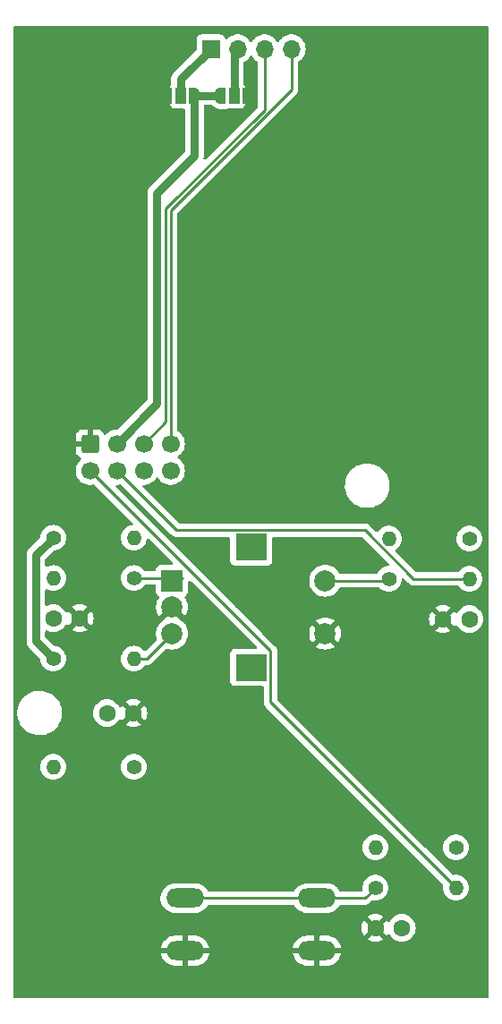
<source format=gbl>
G04 #@! TF.GenerationSoftware,KiCad,Pcbnew,6.0.9-8da3e8f707~116~ubuntu22.04.1*
G04 #@! TF.CreationDate,2022-11-08T11:41:08-05:00*
G04 #@! TF.ProjectId,clock_b2,636c6f63-6b5f-4623-922e-6b696361645f,rev?*
G04 #@! TF.SameCoordinates,Original*
G04 #@! TF.FileFunction,Copper,L2,Bot*
G04 #@! TF.FilePolarity,Positive*
%FSLAX46Y46*%
G04 Gerber Fmt 4.6, Leading zero omitted, Abs format (unit mm)*
G04 Created by KiCad (PCBNEW 6.0.9-8da3e8f707~116~ubuntu22.04.1) date 2022-11-08 11:41:08*
%MOMM*%
%LPD*%
G01*
G04 APERTURE LIST*
G04 Aperture macros list*
%AMRoundRect*
0 Rectangle with rounded corners*
0 $1 Rounding radius*
0 $2 $3 $4 $5 $6 $7 $8 $9 X,Y pos of 4 corners*
0 Add a 4 corners polygon primitive as box body*
4,1,4,$2,$3,$4,$5,$6,$7,$8,$9,$2,$3,0*
0 Add four circle primitives for the rounded corners*
1,1,$1+$1,$2,$3*
1,1,$1+$1,$4,$5*
1,1,$1+$1,$6,$7*
1,1,$1+$1,$8,$9*
0 Add four rect primitives between the rounded corners*
20,1,$1+$1,$2,$3,$4,$5,0*
20,1,$1+$1,$4,$5,$6,$7,0*
20,1,$1+$1,$6,$7,$8,$9,0*
20,1,$1+$1,$8,$9,$2,$3,0*%
%AMFreePoly0*
4,1,22,0.550000,-0.750000,0.000000,-0.750000,0.000000,-0.745033,-0.079941,-0.743568,-0.215256,-0.701293,-0.333266,-0.622738,-0.424486,-0.514219,-0.481581,-0.384460,-0.499164,-0.250000,-0.500000,-0.250000,-0.500000,0.250000,-0.499164,0.250000,-0.499963,0.256109,-0.478152,0.396186,-0.417904,0.524511,-0.324060,0.630769,-0.204165,0.706417,-0.067858,0.745374,0.000000,0.744959,0.000000,0.750000,
0.550000,0.750000,0.550000,-0.750000,0.550000,-0.750000,$1*%
%AMFreePoly1*
4,1,20,0.000000,0.744959,0.073905,0.744508,0.209726,0.703889,0.328688,0.626782,0.421226,0.519385,0.479903,0.390333,0.500000,0.250000,0.500000,-0.250000,0.499851,-0.262216,0.476331,-0.402017,0.414519,-0.529596,0.319384,-0.634700,0.198574,-0.708877,0.061801,-0.746166,0.000000,-0.745033,0.000000,-0.750000,-0.550000,-0.750000,-0.550000,0.750000,0.000000,0.750000,0.000000,0.744959,
0.000000,0.744959,$1*%
G04 Aperture macros list end*
G04 #@! TA.AperFunction,ComponentPad*
%ADD10R,2.000000X2.000000*%
G04 #@! TD*
G04 #@! TA.AperFunction,ComponentPad*
%ADD11C,2.000000*%
G04 #@! TD*
G04 #@! TA.AperFunction,ComponentPad*
%ADD12R,3.000000X2.500000*%
G04 #@! TD*
G04 #@! TA.AperFunction,ComponentPad*
%ADD13R,1.700000X1.700000*%
G04 #@! TD*
G04 #@! TA.AperFunction,ComponentPad*
%ADD14O,1.700000X1.700000*%
G04 #@! TD*
G04 #@! TA.AperFunction,ComponentPad*
%ADD15O,3.606800X1.803400*%
G04 #@! TD*
G04 #@! TA.AperFunction,ComponentPad*
%ADD16C,1.600000*%
G04 #@! TD*
G04 #@! TA.AperFunction,ComponentPad*
%ADD17C,1.400000*%
G04 #@! TD*
G04 #@! TA.AperFunction,ComponentPad*
%ADD18O,1.400000X1.400000*%
G04 #@! TD*
G04 #@! TA.AperFunction,SMDPad,CuDef*
%ADD19FreePoly0,0.000000*%
G04 #@! TD*
G04 #@! TA.AperFunction,SMDPad,CuDef*
%ADD20R,1.000000X1.500000*%
G04 #@! TD*
G04 #@! TA.AperFunction,SMDPad,CuDef*
%ADD21FreePoly1,0.000000*%
G04 #@! TD*
G04 #@! TA.AperFunction,SMDPad,CuDef*
%ADD22FreePoly0,180.000000*%
G04 #@! TD*
G04 #@! TA.AperFunction,SMDPad,CuDef*
%ADD23FreePoly1,180.000000*%
G04 #@! TD*
G04 #@! TA.AperFunction,ComponentPad*
%ADD24RoundRect,0.250000X-0.600000X0.600000X-0.600000X-0.600000X0.600000X-0.600000X0.600000X0.600000X0*%
G04 #@! TD*
G04 #@! TA.AperFunction,ComponentPad*
%ADD25C,1.700000*%
G04 #@! TD*
G04 #@! TA.AperFunction,ViaPad*
%ADD26C,0.800000*%
G04 #@! TD*
G04 #@! TA.AperFunction,Conductor*
%ADD27C,0.750000*%
G04 #@! TD*
G04 #@! TA.AperFunction,Conductor*
%ADD28C,0.250000*%
G04 #@! TD*
G04 APERTURE END LIST*
D10*
G04 #@! TO.P,SW2,A,A*
G04 #@! TO.N,Board_0-Net-(R3-Pad2)*
X30520000Y-67990000D03*
D11*
G04 #@! TO.P,SW2,B,B*
G04 #@! TO.N,Board_0-Net-(R4-Pad2)*
X30520000Y-72990000D03*
G04 #@! TO.P,SW2,C,C*
G04 #@! TO.N,Board_0-GND1*
X30520000Y-70490000D03*
D12*
G04 #@! TO.P,SW2,MP*
G04 #@! TO.N,N/C*
X38020000Y-76190000D03*
X38020000Y-64790000D03*
D11*
G04 #@! TO.P,SW2,S1,S1*
G04 #@! TO.N,Board_0-Net-(R5-Pad2)*
X45020000Y-67990000D03*
G04 #@! TO.P,SW2,S2,S2*
G04 #@! TO.N,Board_0-GND1*
X45020000Y-72990000D03*
G04 #@! TD*
D13*
G04 #@! TO.P,OLED1,1,GND*
G04 #@! TO.N,Board_0-Net-(JP1-Pad2)*
X34200000Y-17680000D03*
D14*
G04 #@! TO.P,OLED1,2,VCC*
G04 #@! TO.N,Board_0-Net-(JP2-Pad2)*
X36740000Y-17680000D03*
G04 #@! TO.P,OLED1,3,SCL*
G04 #@! TO.N,Board_0-/SCL_JA*
X39280000Y-17680000D03*
G04 #@! TO.P,OLED1,4,SDA*
G04 #@! TO.N,Board_0-/SDA_JA*
X41820000Y-17680000D03*
G04 #@! TD*
D15*
G04 #@! TO.P,SW1,1,1*
G04 #@! TO.N,Board_0-GND1*
X31751600Y-102989200D03*
X44248400Y-102989200D03*
G04 #@! TO.P,SW1,2,2*
G04 #@! TO.N,Board_0-Net-(R1-Pad2)*
X31751600Y-98010800D03*
X44248400Y-98010800D03*
G04 #@! TD*
D16*
G04 #@! TO.P,C2,1*
G04 #@! TO.N,Board_0-/ENC_A_JA*
X19290000Y-71540000D03*
G04 #@! TO.P,C2,2*
G04 #@! TO.N,Board_0-GND1*
X21790000Y-71540000D03*
G04 #@! TD*
G04 #@! TO.P,C3,1*
G04 #@! TO.N,Board_0-/ENC_B_JA*
X24370000Y-80510000D03*
G04 #@! TO.P,C3,2*
G04 #@! TO.N,Board_0-GND1*
X26870000Y-80510000D03*
G04 #@! TD*
G04 #@! TO.P,C4,1*
G04 #@! TO.N,Board_0-/ENC_PUSH_JA*
X58660000Y-71620000D03*
G04 #@! TO.P,C4,2*
G04 #@! TO.N,Board_0-GND1*
X56160000Y-71620000D03*
G04 #@! TD*
D17*
G04 #@! TO.P,R2,1*
G04 #@! TO.N,Board_0-Net-(R1-Pad2)*
X49770000Y-97020000D03*
D18*
G04 #@! TO.P,R2,2*
G04 #@! TO.N,Board_0-/TACT_JA*
X57390000Y-97020000D03*
G04 #@! TD*
D17*
G04 #@! TO.P,R1,1*
G04 #@! TO.N,Board_0-+5V_1*
X57390000Y-93210000D03*
D18*
G04 #@! TO.P,R1,2*
G04 #@! TO.N,Board_0-Net-(R1-Pad2)*
X49770000Y-93210000D03*
G04 #@! TD*
D17*
G04 #@! TO.P,R7,1*
G04 #@! TO.N,Board_0-Net-(R4-Pad2)*
X26910000Y-85590000D03*
D18*
G04 #@! TO.P,R7,2*
G04 #@! TO.N,Board_0-/ENC_B_JA*
X19290000Y-85590000D03*
G04 #@! TD*
D19*
G04 #@! TO.P,JP1,1,A*
G04 #@! TO.N,Board_0-GND1*
X30035000Y-22090000D03*
D20*
G04 #@! TO.P,JP1,2,C*
G04 #@! TO.N,Board_0-Net-(JP1-Pad2)*
X31335000Y-22090000D03*
D21*
G04 #@! TO.P,JP1,3,B*
G04 #@! TO.N,Board_0-+5V_1*
X32635000Y-22090000D03*
G04 #@! TD*
D17*
G04 #@! TO.P,R5,1*
G04 #@! TO.N,Board_0-+5V_1*
X58660000Y-64000000D03*
D18*
G04 #@! TO.P,R5,2*
G04 #@! TO.N,Board_0-Net-(R5-Pad2)*
X51040000Y-64000000D03*
G04 #@! TD*
D17*
G04 #@! TO.P,R8,1*
G04 #@! TO.N,Board_0-Net-(R5-Pad2)*
X51040000Y-67810000D03*
D18*
G04 #@! TO.P,R8,2*
G04 #@! TO.N,Board_0-/ENC_PUSH_JA*
X58660000Y-67810000D03*
G04 #@! TD*
D22*
G04 #@! TO.P,JP2,1,A*
G04 #@! TO.N,Board_0-GND1*
X37715000Y-22090000D03*
D20*
G04 #@! TO.P,JP2,2,C*
G04 #@! TO.N,Board_0-Net-(JP2-Pad2)*
X36415000Y-22090000D03*
D23*
G04 #@! TO.P,JP2,3,B*
G04 #@! TO.N,Board_0-+5V_1*
X35115000Y-22090000D03*
G04 #@! TD*
D16*
G04 #@! TO.P,C1,1*
G04 #@! TO.N,Board_0-/TACT_JA*
X52270000Y-100830000D03*
G04 #@! TO.P,C1,2*
G04 #@! TO.N,Board_0-GND1*
X49770000Y-100830000D03*
G04 #@! TD*
D17*
G04 #@! TO.P,R3,1*
G04 #@! TO.N,Board_0-+5V_1*
X19290000Y-63920000D03*
D18*
G04 #@! TO.P,R3,2*
G04 #@! TO.N,Board_0-Net-(R3-Pad2)*
X26910000Y-63920000D03*
G04 #@! TD*
D17*
G04 #@! TO.P,R6,1*
G04 #@! TO.N,Board_0-Net-(R3-Pad2)*
X26910000Y-67730000D03*
D18*
G04 #@! TO.P,R6,2*
G04 #@! TO.N,Board_0-/ENC_A_JA*
X19290000Y-67730000D03*
G04 #@! TD*
D24*
G04 #@! TO.P,J1,1,Pin_1*
G04 #@! TO.N,Board_0-GND1*
X22770000Y-55030000D03*
D25*
G04 #@! TO.P,J1,2,Pin_2*
G04 #@! TO.N,Board_0-/TACT_JA*
X22770000Y-57570000D03*
G04 #@! TO.P,J1,3,Pin_3*
G04 #@! TO.N,Board_0-+5V_1*
X25310000Y-55030000D03*
G04 #@! TO.P,J1,4,Pin_4*
G04 #@! TO.N,Board_0-/ENC_PUSH_JA*
X25310000Y-57570000D03*
G04 #@! TO.P,J1,5,Pin_5*
G04 #@! TO.N,Board_0-/SCL_JA*
X27850000Y-55030000D03*
G04 #@! TO.P,J1,6,Pin_6*
G04 #@! TO.N,Board_0-/ENC_B_JA*
X27850000Y-57570000D03*
G04 #@! TO.P,J1,7,Pin_7*
G04 #@! TO.N,Board_0-/SDA_JA*
X30390000Y-55030000D03*
G04 #@! TO.P,J1,8,Pin_8*
G04 #@! TO.N,Board_0-/ENC_A_JA*
X30390000Y-57570000D03*
G04 #@! TD*
D17*
G04 #@! TO.P,R4,1*
G04 #@! TO.N,Board_0-+5V_1*
X19290000Y-75350000D03*
D18*
G04 #@! TO.P,R4,2*
G04 #@! TO.N,Board_0-Net-(R4-Pad2)*
X26910000Y-75350000D03*
G04 #@! TD*
D26*
G04 #@! TO.N,Board_0-GND1*
X38096000Y-19931000D03*
G04 #@! TD*
D27*
G04 #@! TO.N,Board_0-+5V_1*
X29079000Y-31361000D02*
X32635000Y-27805000D01*
X32635000Y-22090000D02*
X35115000Y-22090000D01*
X17639000Y-73699000D02*
X19290000Y-75350000D01*
X17639000Y-65571000D02*
X17639000Y-73699000D01*
X19290000Y-63920000D02*
X17639000Y-65571000D01*
X25310000Y-55030000D02*
X29079000Y-51261000D01*
X32635000Y-27805000D02*
X32635000Y-22090000D01*
X29079000Y-51261000D02*
X29079000Y-31361000D01*
D28*
G04 #@! TO.N,Board_0-/ENC_PUSH_JA*
X30955000Y-63215000D02*
X48805431Y-63215000D01*
X53400431Y-67810000D02*
X58660000Y-67810000D01*
X48805431Y-63215000D02*
X53400431Y-67810000D01*
X25310000Y-57570000D02*
X30955000Y-63215000D01*
G04 #@! TO.N,Board_0-/SCL_JA*
X29940000Y-52940000D02*
X29940000Y-32785302D01*
X27850000Y-55030000D02*
X29940000Y-52940000D01*
X29940000Y-32785302D02*
X39280000Y-23445302D01*
X39280000Y-23445302D02*
X39280000Y-17680000D01*
G04 #@! TO.N,Board_0-/SDA_JA*
X30390000Y-55030000D02*
X30390000Y-32971000D01*
X30390000Y-32971000D02*
X41820000Y-21541000D01*
X41820000Y-21541000D02*
X41820000Y-17680000D01*
G04 #@! TO.N,Board_0-/TACT_JA*
X39844511Y-79474511D02*
X57390000Y-97020000D01*
X22770000Y-57570000D02*
X39844511Y-74644511D01*
X39844511Y-74644511D02*
X39844511Y-79474511D01*
D27*
G04 #@! TO.N,Board_0-Net-(JP1-Pad2)*
X31335000Y-22090000D02*
X31335000Y-20545000D01*
X31335000Y-20545000D02*
X34200000Y-17680000D01*
G04 #@! TO.N,Board_0-Net-(JP2-Pad2)*
X36415000Y-22090000D02*
X36415000Y-18005000D01*
D28*
G04 #@! TO.N,Board_0-Net-(R1-Pad2)*
X48779200Y-98010800D02*
X49770000Y-97020000D01*
X44248400Y-98010800D02*
X48779200Y-98010800D01*
X31751600Y-98010800D02*
X44248400Y-98010800D01*
G04 #@! TO.N,Board_0-Net-(R3-Pad2)*
X26910000Y-67730000D02*
X31530000Y-67730000D01*
G04 #@! TO.N,Board_0-Net-(R4-Pad2)*
X28160000Y-75350000D02*
X30520000Y-72990000D01*
X26910000Y-75350000D02*
X28160000Y-75350000D01*
G04 #@! TO.N,Board_0-Net-(R5-Pad2)*
X45020000Y-67990000D02*
X50860000Y-67990000D01*
G04 #@! TD*
G04 #@! TA.AperFunction,Conductor*
G04 #@! TO.N,Board_0-GND1*
G36*
X60433621Y-15528502D02*
G01*
X60480114Y-15582158D01*
X60491500Y-15634500D01*
X60491500Y-107365500D01*
X60471498Y-107433621D01*
X60417842Y-107480114D01*
X60365500Y-107491500D01*
X15634500Y-107491500D01*
X15566379Y-107471498D01*
X15519886Y-107417842D01*
X15508500Y-107365500D01*
X15508500Y-103257780D01*
X29465825Y-103257780D01*
X29493679Y-103390530D01*
X29496739Y-103400727D01*
X29580687Y-103613299D01*
X29585421Y-103622836D01*
X29703988Y-103818229D01*
X29710259Y-103826827D01*
X29860049Y-103999445D01*
X29867685Y-104006871D01*
X30044422Y-104151787D01*
X30053189Y-104157812D01*
X30251817Y-104270878D01*
X30261481Y-104275343D01*
X30476324Y-104353327D01*
X30486591Y-104356098D01*
X30712672Y-104396979D01*
X30720902Y-104397914D01*
X30740332Y-104398830D01*
X30743307Y-104398900D01*
X31479485Y-104398900D01*
X31494724Y-104394425D01*
X31495929Y-104393035D01*
X31497600Y-104385352D01*
X31497600Y-104380785D01*
X32005600Y-104380785D01*
X32010075Y-104396024D01*
X32011465Y-104397229D01*
X32019148Y-104398900D01*
X32710709Y-104398900D01*
X32716017Y-104398675D01*
X32886367Y-104384221D01*
X32896839Y-104382431D01*
X33118070Y-104325011D01*
X33128110Y-104321476D01*
X33336505Y-104227600D01*
X33345791Y-104222431D01*
X33535390Y-104094785D01*
X33543676Y-104088124D01*
X33709063Y-103930352D01*
X33716103Y-103922395D01*
X33852540Y-103739017D01*
X33858144Y-103729980D01*
X33961732Y-103526237D01*
X33965732Y-103516386D01*
X34033512Y-103298099D01*
X34035794Y-103287720D01*
X34039314Y-103261158D01*
X34038790Y-103257780D01*
X41962625Y-103257780D01*
X41990479Y-103390530D01*
X41993539Y-103400727D01*
X42077487Y-103613299D01*
X42082221Y-103622836D01*
X42200788Y-103818229D01*
X42207059Y-103826827D01*
X42356849Y-103999445D01*
X42364485Y-104006871D01*
X42541222Y-104151787D01*
X42549989Y-104157812D01*
X42748617Y-104270878D01*
X42758281Y-104275343D01*
X42973124Y-104353327D01*
X42983391Y-104356098D01*
X43209472Y-104396979D01*
X43217702Y-104397914D01*
X43237132Y-104398830D01*
X43240107Y-104398900D01*
X43976285Y-104398900D01*
X43991524Y-104394425D01*
X43992729Y-104393035D01*
X43994400Y-104385352D01*
X43994400Y-104380785D01*
X44502400Y-104380785D01*
X44506875Y-104396024D01*
X44508265Y-104397229D01*
X44515948Y-104398900D01*
X45207509Y-104398900D01*
X45212817Y-104398675D01*
X45383167Y-104384221D01*
X45393639Y-104382431D01*
X45614870Y-104325011D01*
X45624910Y-104321476D01*
X45833305Y-104227600D01*
X45842591Y-104222431D01*
X46032190Y-104094785D01*
X46040476Y-104088124D01*
X46205863Y-103930352D01*
X46212903Y-103922395D01*
X46349340Y-103739017D01*
X46354944Y-103729980D01*
X46458532Y-103526237D01*
X46462532Y-103516386D01*
X46530312Y-103298099D01*
X46532594Y-103287720D01*
X46536114Y-103261158D01*
X46533917Y-103246993D01*
X46520733Y-103243200D01*
X44520515Y-103243200D01*
X44505276Y-103247675D01*
X44504071Y-103249065D01*
X44502400Y-103256748D01*
X44502400Y-104380785D01*
X43994400Y-104380785D01*
X43994400Y-103261315D01*
X43989925Y-103246076D01*
X43988535Y-103244871D01*
X43980852Y-103243200D01*
X41977681Y-103243200D01*
X41964150Y-103247173D01*
X41962625Y-103257780D01*
X34038790Y-103257780D01*
X34037117Y-103246993D01*
X34023933Y-103243200D01*
X32023715Y-103243200D01*
X32008476Y-103247675D01*
X32007271Y-103249065D01*
X32005600Y-103256748D01*
X32005600Y-104380785D01*
X31497600Y-104380785D01*
X31497600Y-103261315D01*
X31493125Y-103246076D01*
X31491735Y-103244871D01*
X31484052Y-103243200D01*
X29480881Y-103243200D01*
X29467350Y-103247173D01*
X29465825Y-103257780D01*
X15508500Y-103257780D01*
X15508500Y-102717242D01*
X29463886Y-102717242D01*
X29466083Y-102731407D01*
X29479267Y-102735200D01*
X31479485Y-102735200D01*
X31494724Y-102730725D01*
X31495929Y-102729335D01*
X31497600Y-102721652D01*
X31497600Y-102717085D01*
X32005600Y-102717085D01*
X32010075Y-102732324D01*
X32011465Y-102733529D01*
X32019148Y-102735200D01*
X34022319Y-102735200D01*
X34035850Y-102731227D01*
X34037375Y-102720620D01*
X34036666Y-102717242D01*
X41960686Y-102717242D01*
X41962883Y-102731407D01*
X41976067Y-102735200D01*
X43976285Y-102735200D01*
X43991524Y-102730725D01*
X43992729Y-102729335D01*
X43994400Y-102721652D01*
X43994400Y-102717085D01*
X44502400Y-102717085D01*
X44506875Y-102732324D01*
X44508265Y-102733529D01*
X44515948Y-102735200D01*
X46519119Y-102735200D01*
X46532650Y-102731227D01*
X46534175Y-102720620D01*
X46506321Y-102587870D01*
X46503261Y-102577673D01*
X46419313Y-102365101D01*
X46414579Y-102355564D01*
X46296012Y-102160171D01*
X46289741Y-102151573D01*
X46139951Y-101978955D01*
X46132315Y-101971529D01*
X46064668Y-101916062D01*
X49048493Y-101916062D01*
X49057789Y-101928077D01*
X49108994Y-101963931D01*
X49118489Y-101969414D01*
X49315947Y-102061490D01*
X49326239Y-102065236D01*
X49536688Y-102121625D01*
X49547481Y-102123528D01*
X49764525Y-102142517D01*
X49775475Y-102142517D01*
X49992519Y-102123528D01*
X50003312Y-102121625D01*
X50213761Y-102065236D01*
X50224053Y-102061490D01*
X50421511Y-101969414D01*
X50431006Y-101963931D01*
X50483048Y-101927491D01*
X50491424Y-101917012D01*
X50484356Y-101903566D01*
X49782812Y-101202022D01*
X49768868Y-101194408D01*
X49767035Y-101194539D01*
X49760420Y-101198790D01*
X49054923Y-101904287D01*
X49048493Y-101916062D01*
X46064668Y-101916062D01*
X45955578Y-101826613D01*
X45946811Y-101820588D01*
X45748183Y-101707522D01*
X45738519Y-101703057D01*
X45523676Y-101625073D01*
X45513409Y-101622302D01*
X45287328Y-101581421D01*
X45279098Y-101580486D01*
X45259668Y-101579570D01*
X45256693Y-101579500D01*
X44520515Y-101579500D01*
X44505276Y-101583975D01*
X44504071Y-101585365D01*
X44502400Y-101593048D01*
X44502400Y-102717085D01*
X43994400Y-102717085D01*
X43994400Y-101597615D01*
X43989925Y-101582376D01*
X43988535Y-101581171D01*
X43980852Y-101579500D01*
X43289291Y-101579500D01*
X43283983Y-101579725D01*
X43113633Y-101594179D01*
X43103161Y-101595969D01*
X42881930Y-101653389D01*
X42871890Y-101656924D01*
X42663495Y-101750800D01*
X42654209Y-101755969D01*
X42464610Y-101883615D01*
X42456324Y-101890276D01*
X42290937Y-102048048D01*
X42283897Y-102056005D01*
X42147460Y-102239383D01*
X42141856Y-102248420D01*
X42038268Y-102452163D01*
X42034268Y-102462014D01*
X41966488Y-102680301D01*
X41964206Y-102690680D01*
X41960686Y-102717242D01*
X34036666Y-102717242D01*
X34009521Y-102587870D01*
X34006461Y-102577673D01*
X33922513Y-102365101D01*
X33917779Y-102355564D01*
X33799212Y-102160171D01*
X33792941Y-102151573D01*
X33643151Y-101978955D01*
X33635515Y-101971529D01*
X33458778Y-101826613D01*
X33450011Y-101820588D01*
X33251383Y-101707522D01*
X33241719Y-101703057D01*
X33026876Y-101625073D01*
X33016609Y-101622302D01*
X32790528Y-101581421D01*
X32782298Y-101580486D01*
X32762868Y-101579570D01*
X32759893Y-101579500D01*
X32023715Y-101579500D01*
X32008476Y-101583975D01*
X32007271Y-101585365D01*
X32005600Y-101593048D01*
X32005600Y-102717085D01*
X31497600Y-102717085D01*
X31497600Y-101597615D01*
X31493125Y-101582376D01*
X31491735Y-101581171D01*
X31484052Y-101579500D01*
X30792491Y-101579500D01*
X30787183Y-101579725D01*
X30616833Y-101594179D01*
X30606361Y-101595969D01*
X30385130Y-101653389D01*
X30375090Y-101656924D01*
X30166695Y-101750800D01*
X30157409Y-101755969D01*
X29967810Y-101883615D01*
X29959524Y-101890276D01*
X29794137Y-102048048D01*
X29787097Y-102056005D01*
X29650660Y-102239383D01*
X29645056Y-102248420D01*
X29541468Y-102452163D01*
X29537468Y-102462014D01*
X29469688Y-102680301D01*
X29467406Y-102690680D01*
X29463886Y-102717242D01*
X15508500Y-102717242D01*
X15508500Y-100835475D01*
X48457483Y-100835475D01*
X48476472Y-101052519D01*
X48478375Y-101063312D01*
X48534764Y-101273761D01*
X48538510Y-101284053D01*
X48630586Y-101481511D01*
X48636069Y-101491006D01*
X48672509Y-101543048D01*
X48682988Y-101551424D01*
X48696434Y-101544356D01*
X49397978Y-100842812D01*
X49404356Y-100831132D01*
X50134408Y-100831132D01*
X50134539Y-100832965D01*
X50138790Y-100839580D01*
X50844287Y-101545077D01*
X50856062Y-101551507D01*
X50868077Y-101542211D01*
X50903934Y-101491002D01*
X50910591Y-101479472D01*
X50961973Y-101430479D01*
X51031687Y-101417042D01*
X51097598Y-101443429D01*
X51128829Y-101479472D01*
X51130153Y-101481765D01*
X51132477Y-101486749D01*
X51135631Y-101491253D01*
X51227393Y-101622302D01*
X51263802Y-101674300D01*
X51425700Y-101836198D01*
X51430208Y-101839355D01*
X51430211Y-101839357D01*
X51493418Y-101883615D01*
X51613251Y-101967523D01*
X51618233Y-101969846D01*
X51618238Y-101969849D01*
X51814765Y-102061490D01*
X51820757Y-102064284D01*
X51826065Y-102065706D01*
X51826067Y-102065707D01*
X52036598Y-102122119D01*
X52036600Y-102122119D01*
X52041913Y-102123543D01*
X52270000Y-102143498D01*
X52498087Y-102123543D01*
X52503400Y-102122119D01*
X52503402Y-102122119D01*
X52713933Y-102065707D01*
X52713935Y-102065706D01*
X52719243Y-102064284D01*
X52725235Y-102061490D01*
X52921762Y-101969849D01*
X52921767Y-101969846D01*
X52926749Y-101967523D01*
X53046582Y-101883615D01*
X53109789Y-101839357D01*
X53109792Y-101839355D01*
X53114300Y-101836198D01*
X53276198Y-101674300D01*
X53312608Y-101622302D01*
X53404366Y-101491257D01*
X53407523Y-101486749D01*
X53409846Y-101481767D01*
X53409849Y-101481762D01*
X53501961Y-101284225D01*
X53501961Y-101284224D01*
X53504284Y-101279243D01*
X53524976Y-101202022D01*
X53562119Y-101063402D01*
X53562119Y-101063400D01*
X53563543Y-101058087D01*
X53583498Y-100830000D01*
X53563543Y-100601913D01*
X53526981Y-100465461D01*
X53505707Y-100386067D01*
X53505706Y-100386065D01*
X53504284Y-100380757D01*
X53501961Y-100375775D01*
X53409849Y-100178238D01*
X53409846Y-100178233D01*
X53407523Y-100173251D01*
X53276198Y-99985700D01*
X53114300Y-99823802D01*
X53109792Y-99820645D01*
X53109789Y-99820643D01*
X52983920Y-99732509D01*
X52926749Y-99692477D01*
X52921767Y-99690154D01*
X52921762Y-99690151D01*
X52724225Y-99598039D01*
X52724224Y-99598039D01*
X52719243Y-99595716D01*
X52713935Y-99594294D01*
X52713933Y-99594293D01*
X52503402Y-99537881D01*
X52503400Y-99537881D01*
X52498087Y-99536457D01*
X52270000Y-99516502D01*
X52041913Y-99536457D01*
X52036600Y-99537881D01*
X52036598Y-99537881D01*
X51826067Y-99594293D01*
X51826065Y-99594294D01*
X51820757Y-99595716D01*
X51815776Y-99598039D01*
X51815775Y-99598039D01*
X51618238Y-99690151D01*
X51618233Y-99690154D01*
X51613251Y-99692477D01*
X51556080Y-99732509D01*
X51430211Y-99820643D01*
X51430208Y-99820645D01*
X51425700Y-99823802D01*
X51263802Y-99985700D01*
X51132477Y-100173251D01*
X51130153Y-100178235D01*
X51128829Y-100180528D01*
X51077447Y-100229521D01*
X51007733Y-100242957D01*
X50941822Y-100216571D01*
X50910591Y-100180528D01*
X50903934Y-100168998D01*
X50867491Y-100116952D01*
X50857012Y-100108576D01*
X50843566Y-100115644D01*
X50142022Y-100817188D01*
X50134408Y-100831132D01*
X49404356Y-100831132D01*
X49405592Y-100828868D01*
X49405461Y-100827035D01*
X49401210Y-100820420D01*
X48695713Y-100114923D01*
X48683938Y-100108493D01*
X48671923Y-100117789D01*
X48636069Y-100168994D01*
X48630586Y-100178489D01*
X48538510Y-100375947D01*
X48534764Y-100386239D01*
X48478375Y-100596688D01*
X48476472Y-100607481D01*
X48457483Y-100824525D01*
X48457483Y-100835475D01*
X15508500Y-100835475D01*
X15508500Y-99742988D01*
X49048576Y-99742988D01*
X49055644Y-99756434D01*
X49757188Y-100457978D01*
X49771132Y-100465592D01*
X49772965Y-100465461D01*
X49779580Y-100461210D01*
X50485077Y-99755713D01*
X50491507Y-99743938D01*
X50482211Y-99731923D01*
X50431006Y-99696069D01*
X50421511Y-99690586D01*
X50224053Y-99598510D01*
X50213761Y-99594764D01*
X50003312Y-99538375D01*
X49992519Y-99536472D01*
X49775475Y-99517483D01*
X49764525Y-99517483D01*
X49547481Y-99536472D01*
X49536688Y-99538375D01*
X49326239Y-99594764D01*
X49315947Y-99598510D01*
X49118489Y-99690586D01*
X49108994Y-99696069D01*
X49056952Y-99732509D01*
X49048576Y-99742988D01*
X15508500Y-99742988D01*
X15508500Y-97944130D01*
X29436172Y-97944130D01*
X29445150Y-98183282D01*
X29494295Y-98417501D01*
X29582200Y-98640092D01*
X29706353Y-98844689D01*
X29709850Y-98848719D01*
X29796527Y-98948605D01*
X29863203Y-99025443D01*
X29867329Y-99028826D01*
X29867333Y-99028830D01*
X30044138Y-99173801D01*
X30044144Y-99173805D01*
X30048266Y-99177185D01*
X30052902Y-99179824D01*
X30052905Y-99179826D01*
X30230743Y-99281057D01*
X30256250Y-99295577D01*
X30481208Y-99377232D01*
X30486457Y-99378181D01*
X30486460Y-99378182D01*
X30567997Y-99392926D01*
X30716709Y-99419818D01*
X30720848Y-99420013D01*
X30720855Y-99420014D01*
X30740285Y-99420930D01*
X30740294Y-99420930D01*
X30741774Y-99421000D01*
X32713393Y-99421000D01*
X32782934Y-99415099D01*
X32886452Y-99406316D01*
X32886456Y-99406315D01*
X32891763Y-99405865D01*
X32896918Y-99404527D01*
X32896924Y-99404526D01*
X33118238Y-99347084D01*
X33118242Y-99347083D01*
X33123407Y-99345742D01*
X33128273Y-99343550D01*
X33128276Y-99343549D01*
X33336737Y-99249644D01*
X33341610Y-99247449D01*
X33540132Y-99113796D01*
X33713296Y-98948605D01*
X33856152Y-98756600D01*
X33878220Y-98713196D01*
X33926923Y-98661538D01*
X33990537Y-98644300D01*
X42010628Y-98644300D01*
X42078749Y-98664302D01*
X42118347Y-98704934D01*
X42203153Y-98844689D01*
X42206650Y-98848719D01*
X42293327Y-98948605D01*
X42360003Y-99025443D01*
X42364129Y-99028826D01*
X42364133Y-99028830D01*
X42540938Y-99173801D01*
X42540944Y-99173805D01*
X42545066Y-99177185D01*
X42549702Y-99179824D01*
X42549705Y-99179826D01*
X42727543Y-99281057D01*
X42753050Y-99295577D01*
X42978008Y-99377232D01*
X42983257Y-99378181D01*
X42983260Y-99378182D01*
X43064797Y-99392926D01*
X43213509Y-99419818D01*
X43217648Y-99420013D01*
X43217655Y-99420014D01*
X43237085Y-99420930D01*
X43237094Y-99420930D01*
X43238574Y-99421000D01*
X45210193Y-99421000D01*
X45279734Y-99415099D01*
X45383252Y-99406316D01*
X45383256Y-99406315D01*
X45388563Y-99405865D01*
X45393718Y-99404527D01*
X45393724Y-99404526D01*
X45615038Y-99347084D01*
X45615042Y-99347083D01*
X45620207Y-99345742D01*
X45625073Y-99343550D01*
X45625076Y-99343549D01*
X45833537Y-99249644D01*
X45838410Y-99247449D01*
X46036932Y-99113796D01*
X46210096Y-98948605D01*
X46352952Y-98756600D01*
X46375020Y-98713196D01*
X46423723Y-98661538D01*
X46487337Y-98644300D01*
X48700433Y-98644300D01*
X48711616Y-98644827D01*
X48719109Y-98646502D01*
X48727035Y-98646253D01*
X48727036Y-98646253D01*
X48787186Y-98644362D01*
X48791145Y-98644300D01*
X48819056Y-98644300D01*
X48822991Y-98643803D01*
X48823056Y-98643795D01*
X48834893Y-98642862D01*
X48867151Y-98641848D01*
X48871170Y-98641722D01*
X48879089Y-98641473D01*
X48898543Y-98635821D01*
X48917900Y-98631813D01*
X48930130Y-98630268D01*
X48930131Y-98630268D01*
X48937997Y-98629274D01*
X48945368Y-98626355D01*
X48945370Y-98626355D01*
X48979112Y-98612996D01*
X48990342Y-98609151D01*
X49025183Y-98599029D01*
X49025184Y-98599029D01*
X49032793Y-98596818D01*
X49039612Y-98592785D01*
X49039617Y-98592783D01*
X49050228Y-98586507D01*
X49067976Y-98577812D01*
X49086817Y-98570352D01*
X49122587Y-98544364D01*
X49132507Y-98537848D01*
X49163735Y-98519380D01*
X49163738Y-98519378D01*
X49170562Y-98515342D01*
X49184883Y-98501021D01*
X49199917Y-98488180D01*
X49209894Y-98480931D01*
X49216307Y-98476272D01*
X49221357Y-98470168D01*
X49221362Y-98470163D01*
X49244493Y-98442202D01*
X49252483Y-98433421D01*
X49438463Y-98247442D01*
X49500775Y-98213417D01*
X49549441Y-98212453D01*
X49554035Y-98213263D01*
X49559345Y-98214686D01*
X49564818Y-98215165D01*
X49564819Y-98215165D01*
X49764525Y-98232637D01*
X49770000Y-98233116D01*
X49980655Y-98214686D01*
X49985968Y-98213262D01*
X49985970Y-98213262D01*
X50179600Y-98161379D01*
X50179602Y-98161378D01*
X50184910Y-98159956D01*
X50189892Y-98157633D01*
X50371577Y-98072912D01*
X50371580Y-98072910D01*
X50376558Y-98070589D01*
X50549776Y-97949301D01*
X50699301Y-97799776D01*
X50820589Y-97626558D01*
X50909956Y-97434910D01*
X50930012Y-97360062D01*
X50963262Y-97235970D01*
X50963262Y-97235968D01*
X50964686Y-97230655D01*
X50983116Y-97020000D01*
X50964686Y-96809345D01*
X50948992Y-96750773D01*
X50911379Y-96610400D01*
X50911378Y-96610398D01*
X50909956Y-96605090D01*
X50820589Y-96413442D01*
X50699301Y-96240224D01*
X50549776Y-96090699D01*
X50376558Y-95969411D01*
X50371580Y-95967090D01*
X50371577Y-95967088D01*
X50189892Y-95882367D01*
X50189891Y-95882366D01*
X50184910Y-95880044D01*
X50179602Y-95878622D01*
X50179600Y-95878621D01*
X49985970Y-95826738D01*
X49985968Y-95826738D01*
X49980655Y-95825314D01*
X49770000Y-95806884D01*
X49559345Y-95825314D01*
X49554032Y-95826738D01*
X49554030Y-95826738D01*
X49360400Y-95878621D01*
X49360398Y-95878622D01*
X49355090Y-95880044D01*
X49350109Y-95882366D01*
X49350108Y-95882367D01*
X49168423Y-95967088D01*
X49168420Y-95967090D01*
X49163442Y-95969411D01*
X48990224Y-96090699D01*
X48840699Y-96240224D01*
X48719411Y-96413442D01*
X48630044Y-96605090D01*
X48628622Y-96610398D01*
X48628621Y-96610400D01*
X48591008Y-96750773D01*
X48575314Y-96809345D01*
X48556884Y-97020000D01*
X48557363Y-97025475D01*
X48574835Y-97225175D01*
X48575314Y-97230655D01*
X48575406Y-97230998D01*
X48567714Y-97299978D01*
X48522948Y-97355082D01*
X48451497Y-97377300D01*
X46486172Y-97377300D01*
X46418051Y-97357298D01*
X46378453Y-97316666D01*
X46293647Y-97176911D01*
X46207186Y-97077273D01*
X46140297Y-97000190D01*
X46140295Y-97000188D01*
X46136797Y-96996157D01*
X46132671Y-96992774D01*
X46132667Y-96992770D01*
X45955862Y-96847799D01*
X45955856Y-96847795D01*
X45951734Y-96844415D01*
X45947098Y-96841776D01*
X45947095Y-96841774D01*
X45748393Y-96728666D01*
X45743750Y-96726023D01*
X45518792Y-96644368D01*
X45513543Y-96643419D01*
X45513540Y-96643418D01*
X45432003Y-96628674D01*
X45283291Y-96601782D01*
X45279152Y-96601587D01*
X45279145Y-96601586D01*
X45259715Y-96600670D01*
X45259706Y-96600670D01*
X45258226Y-96600600D01*
X43286607Y-96600600D01*
X43217066Y-96606501D01*
X43113548Y-96615284D01*
X43113544Y-96615285D01*
X43108237Y-96615735D01*
X43103082Y-96617073D01*
X43103076Y-96617074D01*
X42881762Y-96674516D01*
X42881758Y-96674517D01*
X42876593Y-96675858D01*
X42871727Y-96678050D01*
X42871724Y-96678051D01*
X42759363Y-96728666D01*
X42658390Y-96774151D01*
X42459868Y-96907804D01*
X42286704Y-97072995D01*
X42143848Y-97265000D01*
X42141430Y-97269755D01*
X42141428Y-97269759D01*
X42121780Y-97308404D01*
X42073077Y-97360062D01*
X42009463Y-97377300D01*
X33989372Y-97377300D01*
X33921251Y-97357298D01*
X33881653Y-97316666D01*
X33796847Y-97176911D01*
X33710386Y-97077273D01*
X33643497Y-97000190D01*
X33643495Y-97000188D01*
X33639997Y-96996157D01*
X33635871Y-96992774D01*
X33635867Y-96992770D01*
X33459062Y-96847799D01*
X33459056Y-96847795D01*
X33454934Y-96844415D01*
X33450298Y-96841776D01*
X33450295Y-96841774D01*
X33251593Y-96728666D01*
X33246950Y-96726023D01*
X33021992Y-96644368D01*
X33016743Y-96643419D01*
X33016740Y-96643418D01*
X32935203Y-96628674D01*
X32786491Y-96601782D01*
X32782352Y-96601587D01*
X32782345Y-96601586D01*
X32762915Y-96600670D01*
X32762906Y-96600670D01*
X32761426Y-96600600D01*
X30789807Y-96600600D01*
X30720266Y-96606501D01*
X30616748Y-96615284D01*
X30616744Y-96615285D01*
X30611437Y-96615735D01*
X30606282Y-96617073D01*
X30606276Y-96617074D01*
X30384962Y-96674516D01*
X30384958Y-96674517D01*
X30379793Y-96675858D01*
X30374927Y-96678050D01*
X30374924Y-96678051D01*
X30262563Y-96728666D01*
X30161590Y-96774151D01*
X29963068Y-96907804D01*
X29789904Y-97072995D01*
X29647048Y-97265000D01*
X29644632Y-97269751D01*
X29644630Y-97269755D01*
X29563361Y-97429600D01*
X29538585Y-97478330D01*
X29467617Y-97706885D01*
X29436172Y-97944130D01*
X15508500Y-97944130D01*
X15508500Y-93210000D01*
X48556884Y-93210000D01*
X48575314Y-93420655D01*
X48630044Y-93624910D01*
X48719411Y-93816558D01*
X48840699Y-93989776D01*
X48990224Y-94139301D01*
X49163442Y-94260589D01*
X49168420Y-94262910D01*
X49168423Y-94262912D01*
X49350108Y-94347633D01*
X49355090Y-94349956D01*
X49360398Y-94351378D01*
X49360400Y-94351379D01*
X49554030Y-94403262D01*
X49554032Y-94403262D01*
X49559345Y-94404686D01*
X49770000Y-94423116D01*
X49980655Y-94404686D01*
X49985968Y-94403262D01*
X49985970Y-94403262D01*
X50179600Y-94351379D01*
X50179602Y-94351378D01*
X50184910Y-94349956D01*
X50189892Y-94347633D01*
X50371577Y-94262912D01*
X50371580Y-94262910D01*
X50376558Y-94260589D01*
X50549776Y-94139301D01*
X50699301Y-93989776D01*
X50820589Y-93816558D01*
X50909956Y-93624910D01*
X50964686Y-93420655D01*
X50983116Y-93210000D01*
X50964686Y-92999345D01*
X50909956Y-92795090D01*
X50820589Y-92603442D01*
X50699301Y-92430224D01*
X50549776Y-92280699D01*
X50376558Y-92159411D01*
X50371580Y-92157090D01*
X50371577Y-92157088D01*
X50189892Y-92072367D01*
X50189891Y-92072366D01*
X50184910Y-92070044D01*
X50179602Y-92068622D01*
X50179600Y-92068621D01*
X49985970Y-92016738D01*
X49985968Y-92016738D01*
X49980655Y-92015314D01*
X49770000Y-91996884D01*
X49559345Y-92015314D01*
X49554032Y-92016738D01*
X49554030Y-92016738D01*
X49360400Y-92068621D01*
X49360398Y-92068622D01*
X49355090Y-92070044D01*
X49350109Y-92072366D01*
X49350108Y-92072367D01*
X49168423Y-92157088D01*
X49168420Y-92157090D01*
X49163442Y-92159411D01*
X48990224Y-92280699D01*
X48840699Y-92430224D01*
X48719411Y-92603442D01*
X48630044Y-92795090D01*
X48575314Y-92999345D01*
X48556884Y-93210000D01*
X15508500Y-93210000D01*
X15508500Y-85590000D01*
X18076884Y-85590000D01*
X18095314Y-85800655D01*
X18150044Y-86004910D01*
X18239411Y-86196558D01*
X18360699Y-86369776D01*
X18510224Y-86519301D01*
X18683442Y-86640589D01*
X18688420Y-86642910D01*
X18688423Y-86642912D01*
X18870108Y-86727633D01*
X18875090Y-86729956D01*
X18880398Y-86731378D01*
X18880400Y-86731379D01*
X19074030Y-86783262D01*
X19074032Y-86783262D01*
X19079345Y-86784686D01*
X19290000Y-86803116D01*
X19500655Y-86784686D01*
X19505968Y-86783262D01*
X19505970Y-86783262D01*
X19699600Y-86731379D01*
X19699602Y-86731378D01*
X19704910Y-86729956D01*
X19709892Y-86727633D01*
X19891577Y-86642912D01*
X19891580Y-86642910D01*
X19896558Y-86640589D01*
X20069776Y-86519301D01*
X20219301Y-86369776D01*
X20340589Y-86196558D01*
X20429956Y-86004910D01*
X20484686Y-85800655D01*
X20503116Y-85590000D01*
X25696884Y-85590000D01*
X25715314Y-85800655D01*
X25770044Y-86004910D01*
X25859411Y-86196558D01*
X25980699Y-86369776D01*
X26130224Y-86519301D01*
X26303442Y-86640589D01*
X26308420Y-86642910D01*
X26308423Y-86642912D01*
X26490108Y-86727633D01*
X26495090Y-86729956D01*
X26500398Y-86731378D01*
X26500400Y-86731379D01*
X26694030Y-86783262D01*
X26694032Y-86783262D01*
X26699345Y-86784686D01*
X26910000Y-86803116D01*
X27120655Y-86784686D01*
X27125968Y-86783262D01*
X27125970Y-86783262D01*
X27319600Y-86731379D01*
X27319602Y-86731378D01*
X27324910Y-86729956D01*
X27329892Y-86727633D01*
X27511577Y-86642912D01*
X27511580Y-86642910D01*
X27516558Y-86640589D01*
X27689776Y-86519301D01*
X27839301Y-86369776D01*
X27960589Y-86196558D01*
X28049956Y-86004910D01*
X28104686Y-85800655D01*
X28123116Y-85590000D01*
X28104686Y-85379345D01*
X28049956Y-85175090D01*
X27960589Y-84983442D01*
X27839301Y-84810224D01*
X27689776Y-84660699D01*
X27516558Y-84539411D01*
X27511580Y-84537090D01*
X27511577Y-84537088D01*
X27329892Y-84452367D01*
X27329891Y-84452366D01*
X27324910Y-84450044D01*
X27319602Y-84448622D01*
X27319600Y-84448621D01*
X27125970Y-84396738D01*
X27125968Y-84396738D01*
X27120655Y-84395314D01*
X26910000Y-84376884D01*
X26699345Y-84395314D01*
X26694032Y-84396738D01*
X26694030Y-84396738D01*
X26500400Y-84448621D01*
X26500398Y-84448622D01*
X26495090Y-84450044D01*
X26490109Y-84452366D01*
X26490108Y-84452367D01*
X26308423Y-84537088D01*
X26308420Y-84537090D01*
X26303442Y-84539411D01*
X26130224Y-84660699D01*
X25980699Y-84810224D01*
X25859411Y-84983442D01*
X25770044Y-85175090D01*
X25715314Y-85379345D01*
X25696884Y-85590000D01*
X20503116Y-85590000D01*
X20484686Y-85379345D01*
X20429956Y-85175090D01*
X20340589Y-84983442D01*
X20219301Y-84810224D01*
X20069776Y-84660699D01*
X19896558Y-84539411D01*
X19891580Y-84537090D01*
X19891577Y-84537088D01*
X19709892Y-84452367D01*
X19709891Y-84452366D01*
X19704910Y-84450044D01*
X19699602Y-84448622D01*
X19699600Y-84448621D01*
X19505970Y-84396738D01*
X19505968Y-84396738D01*
X19500655Y-84395314D01*
X19290000Y-84376884D01*
X19079345Y-84395314D01*
X19074032Y-84396738D01*
X19074030Y-84396738D01*
X18880400Y-84448621D01*
X18880398Y-84448622D01*
X18875090Y-84450044D01*
X18870109Y-84452366D01*
X18870108Y-84452367D01*
X18688423Y-84537088D01*
X18688420Y-84537090D01*
X18683442Y-84539411D01*
X18510224Y-84660699D01*
X18360699Y-84810224D01*
X18239411Y-84983442D01*
X18150044Y-85175090D01*
X18095314Y-85379345D01*
X18076884Y-85590000D01*
X15508500Y-85590000D01*
X15508500Y-80632703D01*
X15890743Y-80632703D01*
X15928268Y-80917734D01*
X15929401Y-80921874D01*
X15929401Y-80921876D01*
X15940939Y-80964053D01*
X16004129Y-81195036D01*
X16005813Y-81198984D01*
X16073724Y-81358197D01*
X16116923Y-81459476D01*
X16152761Y-81519357D01*
X16230599Y-81649414D01*
X16264561Y-81706161D01*
X16444313Y-81930528D01*
X16652851Y-82128423D01*
X16886317Y-82296186D01*
X16890112Y-82298195D01*
X16890113Y-82298196D01*
X16911869Y-82309715D01*
X17140392Y-82430712D01*
X17410373Y-82529511D01*
X17691264Y-82590755D01*
X17719841Y-82593004D01*
X17914282Y-82608307D01*
X17914291Y-82608307D01*
X17916739Y-82608500D01*
X18072271Y-82608500D01*
X18074407Y-82608354D01*
X18074418Y-82608354D01*
X18282548Y-82594165D01*
X18282554Y-82594164D01*
X18286825Y-82593873D01*
X18291020Y-82593004D01*
X18291022Y-82593004D01*
X18427583Y-82564724D01*
X18568342Y-82535574D01*
X18839343Y-82439607D01*
X19094812Y-82307750D01*
X19098313Y-82305289D01*
X19098317Y-82305287D01*
X19212417Y-82225096D01*
X19330023Y-82142441D01*
X19540622Y-81946740D01*
X19722713Y-81724268D01*
X19872927Y-81479142D01*
X19988483Y-81215898D01*
X20001201Y-81171253D01*
X20066068Y-80943534D01*
X20067244Y-80939406D01*
X20107751Y-80654784D01*
X20107845Y-80636951D01*
X20108510Y-80510000D01*
X23056502Y-80510000D01*
X23076457Y-80738087D01*
X23077881Y-80743400D01*
X23077881Y-80743402D01*
X23130401Y-80939406D01*
X23135716Y-80959243D01*
X23138039Y-80964224D01*
X23138039Y-80964225D01*
X23230151Y-81161762D01*
X23230154Y-81161767D01*
X23232477Y-81166749D01*
X23363802Y-81354300D01*
X23525700Y-81516198D01*
X23530208Y-81519355D01*
X23530211Y-81519357D01*
X23608389Y-81574098D01*
X23713251Y-81647523D01*
X23718233Y-81649846D01*
X23718238Y-81649849D01*
X23914765Y-81741490D01*
X23920757Y-81744284D01*
X23926065Y-81745706D01*
X23926067Y-81745707D01*
X24136598Y-81802119D01*
X24136600Y-81802119D01*
X24141913Y-81803543D01*
X24370000Y-81823498D01*
X24598087Y-81803543D01*
X24603400Y-81802119D01*
X24603402Y-81802119D01*
X24813933Y-81745707D01*
X24813935Y-81745706D01*
X24819243Y-81744284D01*
X24825235Y-81741490D01*
X25021762Y-81649849D01*
X25021767Y-81649846D01*
X25026749Y-81647523D01*
X25100243Y-81596062D01*
X26148493Y-81596062D01*
X26157789Y-81608077D01*
X26208994Y-81643931D01*
X26218489Y-81649414D01*
X26415947Y-81741490D01*
X26426239Y-81745236D01*
X26636688Y-81801625D01*
X26647481Y-81803528D01*
X26864525Y-81822517D01*
X26875475Y-81822517D01*
X27092519Y-81803528D01*
X27103312Y-81801625D01*
X27313761Y-81745236D01*
X27324053Y-81741490D01*
X27521511Y-81649414D01*
X27531006Y-81643931D01*
X27583048Y-81607491D01*
X27591424Y-81597012D01*
X27584356Y-81583566D01*
X26882812Y-80882022D01*
X26868868Y-80874408D01*
X26867035Y-80874539D01*
X26860420Y-80878790D01*
X26154923Y-81584287D01*
X26148493Y-81596062D01*
X25100243Y-81596062D01*
X25131611Y-81574098D01*
X25209789Y-81519357D01*
X25209792Y-81519355D01*
X25214300Y-81516198D01*
X25376198Y-81354300D01*
X25507523Y-81166749D01*
X25509847Y-81161765D01*
X25511171Y-81159472D01*
X25562553Y-81110479D01*
X25632267Y-81097043D01*
X25698178Y-81123429D01*
X25729409Y-81159472D01*
X25736066Y-81171002D01*
X25772509Y-81223048D01*
X25782988Y-81231424D01*
X25796434Y-81224356D01*
X26497978Y-80522812D01*
X26504356Y-80511132D01*
X27234408Y-80511132D01*
X27234539Y-80512965D01*
X27238790Y-80519580D01*
X27944287Y-81225077D01*
X27956062Y-81231507D01*
X27968077Y-81222211D01*
X28003931Y-81171006D01*
X28009414Y-81161511D01*
X28101490Y-80964053D01*
X28105236Y-80953761D01*
X28161625Y-80743312D01*
X28163528Y-80732519D01*
X28182517Y-80515475D01*
X28182517Y-80504525D01*
X28163528Y-80287481D01*
X28161625Y-80276688D01*
X28105236Y-80066239D01*
X28101490Y-80055947D01*
X28009414Y-79858489D01*
X28003931Y-79848994D01*
X27967491Y-79796952D01*
X27957012Y-79788576D01*
X27943566Y-79795644D01*
X27242022Y-80497188D01*
X27234408Y-80511132D01*
X26504356Y-80511132D01*
X26505592Y-80508868D01*
X26505461Y-80507035D01*
X26501210Y-80500420D01*
X25795713Y-79794923D01*
X25783938Y-79788493D01*
X25771923Y-79797789D01*
X25736066Y-79848998D01*
X25729409Y-79860528D01*
X25678027Y-79909521D01*
X25608313Y-79922958D01*
X25542402Y-79896571D01*
X25511171Y-79860528D01*
X25509847Y-79858235D01*
X25507523Y-79853251D01*
X25414565Y-79720494D01*
X25379357Y-79670211D01*
X25379355Y-79670208D01*
X25376198Y-79665700D01*
X25214300Y-79503802D01*
X25209792Y-79500645D01*
X25209789Y-79500643D01*
X25098886Y-79422988D01*
X26148576Y-79422988D01*
X26155644Y-79436434D01*
X26857188Y-80137978D01*
X26871132Y-80145592D01*
X26872965Y-80145461D01*
X26879580Y-80141210D01*
X27585077Y-79435713D01*
X27591507Y-79423938D01*
X27582211Y-79411923D01*
X27531006Y-79376069D01*
X27521511Y-79370586D01*
X27324053Y-79278510D01*
X27313761Y-79274764D01*
X27103312Y-79218375D01*
X27092519Y-79216472D01*
X26875475Y-79197483D01*
X26864525Y-79197483D01*
X26647481Y-79216472D01*
X26636688Y-79218375D01*
X26426239Y-79274764D01*
X26415947Y-79278510D01*
X26218489Y-79370586D01*
X26208994Y-79376069D01*
X26156952Y-79412509D01*
X26148576Y-79422988D01*
X25098886Y-79422988D01*
X25026749Y-79372477D01*
X25021767Y-79370154D01*
X25021762Y-79370151D01*
X24824225Y-79278039D01*
X24824224Y-79278039D01*
X24819243Y-79275716D01*
X24813935Y-79274294D01*
X24813933Y-79274293D01*
X24603402Y-79217881D01*
X24603400Y-79217881D01*
X24598087Y-79216457D01*
X24370000Y-79196502D01*
X24141913Y-79216457D01*
X24136600Y-79217881D01*
X24136598Y-79217881D01*
X23926067Y-79274293D01*
X23926065Y-79274294D01*
X23920757Y-79275716D01*
X23915776Y-79278039D01*
X23915775Y-79278039D01*
X23718238Y-79370151D01*
X23718233Y-79370154D01*
X23713251Y-79372477D01*
X23641114Y-79422988D01*
X23530211Y-79500643D01*
X23530208Y-79500645D01*
X23525700Y-79503802D01*
X23363802Y-79665700D01*
X23360645Y-79670208D01*
X23360643Y-79670211D01*
X23325435Y-79720494D01*
X23232477Y-79853251D01*
X23230154Y-79858233D01*
X23230151Y-79858238D01*
X23138039Y-80055775D01*
X23135716Y-80060757D01*
X23134294Y-80066065D01*
X23134293Y-80066067D01*
X23113019Y-80145461D01*
X23076457Y-80281913D01*
X23056502Y-80510000D01*
X20108510Y-80510000D01*
X20109235Y-80371583D01*
X20109235Y-80371576D01*
X20109257Y-80367297D01*
X20098738Y-80287393D01*
X20079492Y-80141210D01*
X20071732Y-80082266D01*
X20067301Y-80066067D01*
X20018370Y-79887208D01*
X19995871Y-79804964D01*
X19938394Y-79670211D01*
X19884763Y-79544476D01*
X19884761Y-79544472D01*
X19883077Y-79540524D01*
X19735439Y-79293839D01*
X19555687Y-79069472D01*
X19347149Y-78871577D01*
X19113683Y-78703814D01*
X19091843Y-78692250D01*
X19068654Y-78679972D01*
X18859608Y-78569288D01*
X18589627Y-78470489D01*
X18308736Y-78409245D01*
X18277685Y-78406801D01*
X18085718Y-78391693D01*
X18085709Y-78391693D01*
X18083261Y-78391500D01*
X17927729Y-78391500D01*
X17925593Y-78391646D01*
X17925582Y-78391646D01*
X17717452Y-78405835D01*
X17717446Y-78405836D01*
X17713175Y-78406127D01*
X17708980Y-78406996D01*
X17708978Y-78406996D01*
X17572417Y-78435276D01*
X17431658Y-78464426D01*
X17160657Y-78560393D01*
X16905188Y-78692250D01*
X16901687Y-78694711D01*
X16901683Y-78694713D01*
X16891594Y-78701804D01*
X16669977Y-78857559D01*
X16459378Y-79053260D01*
X16277287Y-79275732D01*
X16127073Y-79520858D01*
X16011517Y-79784102D01*
X16010342Y-79788229D01*
X16010341Y-79788230D01*
X15984144Y-79880194D01*
X15932756Y-80060594D01*
X15892249Y-80345216D01*
X15892227Y-80349505D01*
X15892226Y-80349512D01*
X15890765Y-80628417D01*
X15890743Y-80632703D01*
X15508500Y-80632703D01*
X15508500Y-73652507D01*
X16751850Y-73652507D01*
X16752195Y-73659094D01*
X16752195Y-73659098D01*
X16755327Y-73718850D01*
X16755500Y-73725445D01*
X16755500Y-73745306D01*
X16755844Y-73748577D01*
X16757576Y-73765059D01*
X16758093Y-73771628D01*
X16761570Y-73837971D01*
X16765042Y-73850929D01*
X16768645Y-73870372D01*
X16770046Y-73883702D01*
X16790578Y-73946894D01*
X16792444Y-73953196D01*
X16809638Y-74017363D01*
X16812634Y-74023242D01*
X16812637Y-74023251D01*
X16815728Y-74029317D01*
X16823292Y-74047579D01*
X16825392Y-74054043D01*
X16825395Y-74054051D01*
X16827436Y-74060331D01*
X16830738Y-74066050D01*
X16830740Y-74066055D01*
X16860654Y-74117867D01*
X16863787Y-74123637D01*
X16893953Y-74182839D01*
X16898109Y-74187971D01*
X16902391Y-74193259D01*
X16913589Y-74209552D01*
X16920296Y-74221169D01*
X16924713Y-74226075D01*
X16924717Y-74226080D01*
X16964747Y-74270538D01*
X16969031Y-74275554D01*
X16979441Y-74288409D01*
X16981528Y-74290986D01*
X16995573Y-74305031D01*
X17000114Y-74309816D01*
X17044566Y-74359185D01*
X17055426Y-74367075D01*
X17070454Y-74379912D01*
X18047939Y-75357397D01*
X18081965Y-75419709D01*
X18084365Y-75435509D01*
X18095314Y-75560655D01*
X18150044Y-75764910D01*
X18152366Y-75769891D01*
X18152367Y-75769892D01*
X18236358Y-75950010D01*
X18239411Y-75956558D01*
X18360699Y-76129776D01*
X18510224Y-76279301D01*
X18683442Y-76400589D01*
X18688420Y-76402910D01*
X18688423Y-76402912D01*
X18870108Y-76487633D01*
X18875090Y-76489956D01*
X18880398Y-76491378D01*
X18880400Y-76491379D01*
X19074030Y-76543262D01*
X19074032Y-76543262D01*
X19079345Y-76544686D01*
X19290000Y-76563116D01*
X19500655Y-76544686D01*
X19505968Y-76543262D01*
X19505970Y-76543262D01*
X19699600Y-76491379D01*
X19699602Y-76491378D01*
X19704910Y-76489956D01*
X19709892Y-76487633D01*
X19891577Y-76402912D01*
X19891580Y-76402910D01*
X19896558Y-76400589D01*
X20069776Y-76279301D01*
X20219301Y-76129776D01*
X20340589Y-75956558D01*
X20343643Y-75950010D01*
X20427633Y-75769892D01*
X20427634Y-75769891D01*
X20429956Y-75764910D01*
X20484686Y-75560655D01*
X20503116Y-75350000D01*
X25696884Y-75350000D01*
X25715314Y-75560655D01*
X25770044Y-75764910D01*
X25772366Y-75769891D01*
X25772367Y-75769892D01*
X25856358Y-75950010D01*
X25859411Y-75956558D01*
X25980699Y-76129776D01*
X26130224Y-76279301D01*
X26303442Y-76400589D01*
X26308420Y-76402910D01*
X26308423Y-76402912D01*
X26490108Y-76487633D01*
X26495090Y-76489956D01*
X26500398Y-76491378D01*
X26500400Y-76491379D01*
X26694030Y-76543262D01*
X26694032Y-76543262D01*
X26699345Y-76544686D01*
X26910000Y-76563116D01*
X27120655Y-76544686D01*
X27125968Y-76543262D01*
X27125970Y-76543262D01*
X27319600Y-76491379D01*
X27319602Y-76491378D01*
X27324910Y-76489956D01*
X27329892Y-76487633D01*
X27511577Y-76402912D01*
X27511580Y-76402910D01*
X27516558Y-76400589D01*
X27689776Y-76279301D01*
X27839301Y-76129776D01*
X27904102Y-76037230D01*
X27959559Y-75992901D01*
X28007315Y-75983500D01*
X28081233Y-75983500D01*
X28092416Y-75984027D01*
X28099909Y-75985702D01*
X28107835Y-75985453D01*
X28107836Y-75985453D01*
X28167986Y-75983562D01*
X28171945Y-75983500D01*
X28199856Y-75983500D01*
X28203791Y-75983003D01*
X28203856Y-75982995D01*
X28215693Y-75982062D01*
X28247951Y-75981048D01*
X28251970Y-75980922D01*
X28259889Y-75980673D01*
X28279343Y-75975021D01*
X28298700Y-75971013D01*
X28310930Y-75969468D01*
X28310931Y-75969468D01*
X28318797Y-75968474D01*
X28326168Y-75965555D01*
X28326170Y-75965555D01*
X28359912Y-75952196D01*
X28371142Y-75948351D01*
X28405983Y-75938229D01*
X28405984Y-75938229D01*
X28413593Y-75936018D01*
X28420412Y-75931985D01*
X28420417Y-75931983D01*
X28431028Y-75925707D01*
X28448776Y-75917012D01*
X28467617Y-75909552D01*
X28503387Y-75883564D01*
X28513307Y-75877048D01*
X28544535Y-75858580D01*
X28544538Y-75858578D01*
X28551362Y-75854542D01*
X28565683Y-75840221D01*
X28580717Y-75827380D01*
X28590694Y-75820131D01*
X28597107Y-75815472D01*
X28625298Y-75781395D01*
X28633288Y-75772616D01*
X29941541Y-74464364D01*
X30003853Y-74430338D01*
X30060049Y-74430940D01*
X30070167Y-74433369D01*
X30278476Y-74483380D01*
X30278482Y-74483381D01*
X30283289Y-74484535D01*
X30520000Y-74503165D01*
X30756711Y-74484535D01*
X30761518Y-74483381D01*
X30761524Y-74483380D01*
X30923057Y-74444599D01*
X30987594Y-74429105D01*
X30992167Y-74427211D01*
X31202389Y-74340135D01*
X31202393Y-74340133D01*
X31206963Y-74338240D01*
X31261155Y-74305031D01*
X31405202Y-74216759D01*
X31405208Y-74216755D01*
X31409416Y-74214176D01*
X31589969Y-74059969D01*
X31744176Y-73879416D01*
X31746755Y-73875208D01*
X31746759Y-73875202D01*
X31865654Y-73681183D01*
X31868240Y-73676963D01*
X31870229Y-73672163D01*
X31957211Y-73462167D01*
X31957212Y-73462165D01*
X31959105Y-73457594D01*
X32014535Y-73226711D01*
X32033165Y-72990000D01*
X32014535Y-72753289D01*
X32006082Y-72718077D01*
X31960260Y-72527218D01*
X31959105Y-72522406D01*
X31935037Y-72464300D01*
X31870135Y-72307611D01*
X31870133Y-72307607D01*
X31868240Y-72303037D01*
X31842790Y-72261507D01*
X31746759Y-72104798D01*
X31746755Y-72104792D01*
X31744176Y-72100584D01*
X31589969Y-71920031D01*
X31576808Y-71908790D01*
X31427474Y-71781247D01*
X31393598Y-71735314D01*
X31384122Y-71713332D01*
X30532812Y-70862022D01*
X30518868Y-70854408D01*
X30517035Y-70854539D01*
X30510420Y-70858790D01*
X29658920Y-71710290D01*
X29637974Y-71748648D01*
X29609218Y-71784072D01*
X29459408Y-71912022D01*
X29450031Y-71920031D01*
X29295824Y-72100584D01*
X29293245Y-72104792D01*
X29293241Y-72104798D01*
X29197210Y-72261507D01*
X29171760Y-72303037D01*
X29169867Y-72307607D01*
X29169865Y-72307611D01*
X29104963Y-72464300D01*
X29080895Y-72522406D01*
X29079740Y-72527218D01*
X29033919Y-72718077D01*
X29025465Y-72753289D01*
X29006835Y-72990000D01*
X29025465Y-73226711D01*
X29026619Y-73231518D01*
X29026620Y-73231524D01*
X29079060Y-73449951D01*
X29075513Y-73520859D01*
X29045636Y-73568460D01*
X28029527Y-74584568D01*
X27967215Y-74618594D01*
X27896399Y-74613529D01*
X27843910Y-74576464D01*
X27842460Y-74574736D01*
X27839301Y-74570224D01*
X27689776Y-74420699D01*
X27516558Y-74299411D01*
X27511580Y-74297090D01*
X27511577Y-74297088D01*
X27329892Y-74212367D01*
X27329891Y-74212366D01*
X27324910Y-74210044D01*
X27319602Y-74208622D01*
X27319600Y-74208621D01*
X27125970Y-74156738D01*
X27125968Y-74156738D01*
X27120655Y-74155314D01*
X26910000Y-74136884D01*
X26699345Y-74155314D01*
X26694032Y-74156738D01*
X26694030Y-74156738D01*
X26500400Y-74208621D01*
X26500398Y-74208622D01*
X26495090Y-74210044D01*
X26490109Y-74212366D01*
X26490108Y-74212367D01*
X26308423Y-74297088D01*
X26308420Y-74297090D01*
X26303442Y-74299411D01*
X26130224Y-74420699D01*
X25980699Y-74570224D01*
X25859411Y-74743442D01*
X25857090Y-74748420D01*
X25857088Y-74748423D01*
X25815532Y-74837540D01*
X25770044Y-74935090D01*
X25715314Y-75139345D01*
X25696884Y-75350000D01*
X20503116Y-75350000D01*
X20484686Y-75139345D01*
X20429956Y-74935090D01*
X20384468Y-74837540D01*
X20342912Y-74748423D01*
X20342910Y-74748420D01*
X20340589Y-74743442D01*
X20219301Y-74570224D01*
X20069776Y-74420699D01*
X19896558Y-74299411D01*
X19891580Y-74297090D01*
X19891577Y-74297088D01*
X19709892Y-74212367D01*
X19709891Y-74212366D01*
X19704910Y-74210044D01*
X19699602Y-74208622D01*
X19699600Y-74208621D01*
X19505970Y-74156738D01*
X19505968Y-74156738D01*
X19500655Y-74155314D01*
X19375510Y-74144365D01*
X19309392Y-74118501D01*
X19297397Y-74107939D01*
X18559405Y-73369947D01*
X18525379Y-73307635D01*
X18522500Y-73280852D01*
X18522500Y-72823659D01*
X18542502Y-72755538D01*
X18596158Y-72709045D01*
X18666432Y-72698941D01*
X18701748Y-72709463D01*
X18840757Y-72774284D01*
X18846065Y-72775706D01*
X18846067Y-72775707D01*
X19056598Y-72832119D01*
X19056600Y-72832119D01*
X19061913Y-72833543D01*
X19290000Y-72853498D01*
X19518087Y-72833543D01*
X19523400Y-72832119D01*
X19523402Y-72832119D01*
X19733933Y-72775707D01*
X19733935Y-72775706D01*
X19739243Y-72774284D01*
X19745235Y-72771490D01*
X19941762Y-72679849D01*
X19941767Y-72679846D01*
X19946749Y-72677523D01*
X20020243Y-72626062D01*
X21068493Y-72626062D01*
X21077789Y-72638077D01*
X21128994Y-72673931D01*
X21138489Y-72679414D01*
X21335947Y-72771490D01*
X21346239Y-72775236D01*
X21556688Y-72831625D01*
X21567481Y-72833528D01*
X21784525Y-72852517D01*
X21795475Y-72852517D01*
X22012519Y-72833528D01*
X22023312Y-72831625D01*
X22233761Y-72775236D01*
X22244053Y-72771490D01*
X22441511Y-72679414D01*
X22451006Y-72673931D01*
X22503048Y-72637491D01*
X22511424Y-72627012D01*
X22504356Y-72613566D01*
X21802812Y-71912022D01*
X21788868Y-71904408D01*
X21787035Y-71904539D01*
X21780420Y-71908790D01*
X21074923Y-72614287D01*
X21068493Y-72626062D01*
X20020243Y-72626062D01*
X20057500Y-72599974D01*
X20129789Y-72549357D01*
X20129792Y-72549355D01*
X20134300Y-72546198D01*
X20296198Y-72384300D01*
X20330665Y-72335077D01*
X20424369Y-72201253D01*
X20427523Y-72196749D01*
X20429847Y-72191765D01*
X20431171Y-72189472D01*
X20482553Y-72140479D01*
X20552267Y-72127043D01*
X20618178Y-72153429D01*
X20649409Y-72189472D01*
X20656066Y-72201002D01*
X20692509Y-72253048D01*
X20702988Y-72261424D01*
X20716434Y-72254356D01*
X21417978Y-71552812D01*
X21424356Y-71541132D01*
X22154408Y-71541132D01*
X22154539Y-71542965D01*
X22158790Y-71549580D01*
X22864287Y-72255077D01*
X22876062Y-72261507D01*
X22888077Y-72252211D01*
X22923931Y-72201006D01*
X22929414Y-72191511D01*
X23021490Y-71994053D01*
X23025236Y-71983761D01*
X23081625Y-71773312D01*
X23083528Y-71762519D01*
X23102517Y-71545475D01*
X23102517Y-71534525D01*
X23083528Y-71317481D01*
X23081625Y-71306688D01*
X23025236Y-71096239D01*
X23021490Y-71085947D01*
X22929414Y-70888489D01*
X22923931Y-70878994D01*
X22887491Y-70826952D01*
X22877012Y-70818576D01*
X22863566Y-70825644D01*
X22162022Y-71527188D01*
X22154408Y-71541132D01*
X21424356Y-71541132D01*
X21425592Y-71538868D01*
X21425461Y-71537035D01*
X21421210Y-71530420D01*
X20715713Y-70824923D01*
X20703938Y-70818493D01*
X20691923Y-70827789D01*
X20656066Y-70878998D01*
X20649409Y-70890528D01*
X20598027Y-70939521D01*
X20528313Y-70952958D01*
X20462402Y-70926571D01*
X20431171Y-70890528D01*
X20429847Y-70888235D01*
X20427523Y-70883251D01*
X20296198Y-70695700D01*
X20134300Y-70533802D01*
X20129792Y-70530645D01*
X20129789Y-70530643D01*
X20018886Y-70452988D01*
X21068576Y-70452988D01*
X21075644Y-70466434D01*
X21777188Y-71167978D01*
X21791132Y-71175592D01*
X21792965Y-71175461D01*
X21799580Y-71171210D01*
X22505077Y-70465713D01*
X22511507Y-70453938D01*
X22502211Y-70441923D01*
X22451006Y-70406069D01*
X22441511Y-70400586D01*
X22244053Y-70308510D01*
X22233761Y-70304764D01*
X22023312Y-70248375D01*
X22012519Y-70246472D01*
X21795475Y-70227483D01*
X21784525Y-70227483D01*
X21567481Y-70246472D01*
X21556688Y-70248375D01*
X21346239Y-70304764D01*
X21335947Y-70308510D01*
X21138489Y-70400586D01*
X21128994Y-70406069D01*
X21076952Y-70442509D01*
X21068576Y-70452988D01*
X20018886Y-70452988D01*
X20003920Y-70442509D01*
X19946749Y-70402477D01*
X19941767Y-70400154D01*
X19941762Y-70400151D01*
X19744225Y-70308039D01*
X19744224Y-70308039D01*
X19739243Y-70305716D01*
X19733935Y-70304294D01*
X19733933Y-70304293D01*
X19523402Y-70247881D01*
X19523400Y-70247881D01*
X19518087Y-70246457D01*
X19290000Y-70226502D01*
X19061913Y-70246457D01*
X19056600Y-70247881D01*
X19056598Y-70247881D01*
X18846067Y-70304293D01*
X18846065Y-70304294D01*
X18840757Y-70305716D01*
X18701749Y-70370536D01*
X18631558Y-70381197D01*
X18566746Y-70352217D01*
X18527889Y-70292797D01*
X18522500Y-70256341D01*
X18522500Y-68903321D01*
X18542502Y-68835200D01*
X18596158Y-68788707D01*
X18666432Y-68778603D01*
X18701750Y-68789126D01*
X18848237Y-68857434D01*
X18875090Y-68869956D01*
X18880398Y-68871378D01*
X18880400Y-68871379D01*
X19074030Y-68923262D01*
X19074032Y-68923262D01*
X19079345Y-68924686D01*
X19290000Y-68943116D01*
X19500655Y-68924686D01*
X19505968Y-68923262D01*
X19505970Y-68923262D01*
X19699600Y-68871379D01*
X19699602Y-68871378D01*
X19704910Y-68869956D01*
X19724998Y-68860589D01*
X19891577Y-68782912D01*
X19891580Y-68782910D01*
X19896558Y-68780589D01*
X20069776Y-68659301D01*
X20219301Y-68509776D01*
X20340589Y-68336558D01*
X20359354Y-68296318D01*
X20427633Y-68149892D01*
X20427634Y-68149891D01*
X20429956Y-68144910D01*
X20464719Y-68015175D01*
X20483262Y-67945970D01*
X20483262Y-67945968D01*
X20484686Y-67940655D01*
X20503116Y-67730000D01*
X20484686Y-67519345D01*
X20429956Y-67315090D01*
X20427633Y-67310108D01*
X20342912Y-67128423D01*
X20342910Y-67128420D01*
X20340589Y-67123442D01*
X20219301Y-66950224D01*
X20069776Y-66800699D01*
X19896558Y-66679411D01*
X19891580Y-66677090D01*
X19891577Y-66677088D01*
X19709892Y-66592367D01*
X19709891Y-66592366D01*
X19704910Y-66590044D01*
X19699602Y-66588622D01*
X19699600Y-66588621D01*
X19505970Y-66536738D01*
X19505968Y-66536738D01*
X19500655Y-66535314D01*
X19290000Y-66516884D01*
X19079345Y-66535314D01*
X19074032Y-66536738D01*
X19074030Y-66536738D01*
X18880400Y-66588621D01*
X18880398Y-66588622D01*
X18875090Y-66590044D01*
X18870109Y-66592366D01*
X18870108Y-66592367D01*
X18807937Y-66621358D01*
X18706582Y-66668621D01*
X18701750Y-66670874D01*
X18631558Y-66681535D01*
X18566746Y-66652555D01*
X18527889Y-66593135D01*
X18522500Y-66556679D01*
X18522500Y-65989148D01*
X18542502Y-65921027D01*
X18559405Y-65900053D01*
X19297397Y-65162061D01*
X19359709Y-65128035D01*
X19375509Y-65125635D01*
X19500655Y-65114686D01*
X19505968Y-65113262D01*
X19505970Y-65113262D01*
X19699600Y-65061379D01*
X19699602Y-65061378D01*
X19704910Y-65059956D01*
X19709892Y-65057633D01*
X19891577Y-64972912D01*
X19891580Y-64972910D01*
X19896558Y-64970589D01*
X20069776Y-64849301D01*
X20219301Y-64699776D01*
X20340589Y-64526558D01*
X20392652Y-64414910D01*
X20427633Y-64339892D01*
X20427634Y-64339891D01*
X20429956Y-64334910D01*
X20464719Y-64205175D01*
X20483262Y-64135970D01*
X20483262Y-64135968D01*
X20484686Y-64130655D01*
X20503116Y-63920000D01*
X20484686Y-63709345D01*
X20482535Y-63701317D01*
X20431379Y-63510400D01*
X20431378Y-63510398D01*
X20429956Y-63505090D01*
X20412759Y-63468210D01*
X20342912Y-63318423D01*
X20342910Y-63318420D01*
X20340589Y-63313442D01*
X20219301Y-63140224D01*
X20069776Y-62990699D01*
X19896558Y-62869411D01*
X19891580Y-62867090D01*
X19891577Y-62867088D01*
X19709892Y-62782367D01*
X19709891Y-62782366D01*
X19704910Y-62780044D01*
X19699602Y-62778622D01*
X19699600Y-62778621D01*
X19505970Y-62726738D01*
X19505968Y-62726738D01*
X19500655Y-62725314D01*
X19290000Y-62706884D01*
X19079345Y-62725314D01*
X19074032Y-62726738D01*
X19074030Y-62726738D01*
X18880400Y-62778621D01*
X18880398Y-62778622D01*
X18875090Y-62780044D01*
X18870109Y-62782366D01*
X18870108Y-62782367D01*
X18688423Y-62867088D01*
X18688420Y-62867090D01*
X18683442Y-62869411D01*
X18510224Y-62990699D01*
X18360699Y-63140224D01*
X18239411Y-63313442D01*
X18237090Y-63318420D01*
X18237088Y-63318423D01*
X18167241Y-63468210D01*
X18150044Y-63505090D01*
X18148622Y-63510398D01*
X18148621Y-63510400D01*
X18097465Y-63701317D01*
X18095314Y-63709345D01*
X18086449Y-63810667D01*
X18084365Y-63834490D01*
X18058501Y-63900608D01*
X18047939Y-63912603D01*
X17070454Y-64890088D01*
X17055426Y-64902925D01*
X17044566Y-64910815D01*
X17040145Y-64915725D01*
X17040144Y-64915726D01*
X17000114Y-64960184D01*
X16995573Y-64964969D01*
X16981528Y-64979014D01*
X16979444Y-64981588D01*
X16979441Y-64981591D01*
X16969031Y-64994446D01*
X16964747Y-64999462D01*
X16924717Y-65043920D01*
X16924713Y-65043925D01*
X16920296Y-65048831D01*
X16913873Y-65059956D01*
X16913589Y-65060448D01*
X16902391Y-65076741D01*
X16893953Y-65087161D01*
X16863787Y-65146363D01*
X16860654Y-65152133D01*
X16830740Y-65203945D01*
X16830738Y-65203950D01*
X16827436Y-65209669D01*
X16825395Y-65215949D01*
X16825392Y-65215957D01*
X16823292Y-65222421D01*
X16815728Y-65240683D01*
X16812637Y-65246749D01*
X16812634Y-65246758D01*
X16809638Y-65252637D01*
X16807929Y-65259015D01*
X16792444Y-65316804D01*
X16790578Y-65323106D01*
X16770046Y-65386298D01*
X16769356Y-65392866D01*
X16768645Y-65399628D01*
X16765042Y-65419071D01*
X16761570Y-65432029D01*
X16761225Y-65438619D01*
X16761224Y-65438623D01*
X16758093Y-65498367D01*
X16757577Y-65504931D01*
X16755500Y-65524694D01*
X16755500Y-65544555D01*
X16755327Y-65551150D01*
X16751850Y-65617493D01*
X16752882Y-65624007D01*
X16753949Y-65630744D01*
X16755500Y-65650456D01*
X16755500Y-73619543D01*
X16753949Y-73639255D01*
X16751850Y-73652507D01*
X15508500Y-73652507D01*
X15508500Y-57536695D01*
X21407251Y-57536695D01*
X21407548Y-57541848D01*
X21407548Y-57541851D01*
X21413011Y-57636590D01*
X21420110Y-57759715D01*
X21421247Y-57764761D01*
X21421248Y-57764767D01*
X21424543Y-57779386D01*
X21469222Y-57977639D01*
X21553266Y-58184616D01*
X21604019Y-58267438D01*
X21667291Y-58370688D01*
X21669987Y-58375088D01*
X21816250Y-58543938D01*
X21988126Y-58686632D01*
X22181000Y-58799338D01*
X22389692Y-58879030D01*
X22394760Y-58880061D01*
X22394763Y-58880062D01*
X22502012Y-58901882D01*
X22608597Y-58923567D01*
X22613772Y-58923757D01*
X22613774Y-58923757D01*
X22826673Y-58931564D01*
X22826677Y-58931564D01*
X22831837Y-58931753D01*
X22836957Y-58931097D01*
X22836959Y-58931097D01*
X23048288Y-58904025D01*
X23048289Y-58904025D01*
X23053416Y-58903368D01*
X23058367Y-58901883D01*
X23058370Y-58901882D01*
X23099829Y-58889444D01*
X23170825Y-58889028D01*
X23225131Y-58921035D01*
X26811789Y-62507694D01*
X26845815Y-62570006D01*
X26840750Y-62640822D01*
X26798203Y-62697657D01*
X26733677Y-62722309D01*
X26704836Y-62724833D01*
X26704829Y-62724834D01*
X26699345Y-62725314D01*
X26694032Y-62726738D01*
X26694030Y-62726738D01*
X26500400Y-62778621D01*
X26500398Y-62778622D01*
X26495090Y-62780044D01*
X26490109Y-62782366D01*
X26490108Y-62782367D01*
X26308423Y-62867088D01*
X26308420Y-62867090D01*
X26303442Y-62869411D01*
X26130224Y-62990699D01*
X25980699Y-63140224D01*
X25859411Y-63313442D01*
X25857090Y-63318420D01*
X25857088Y-63318423D01*
X25787241Y-63468210D01*
X25770044Y-63505090D01*
X25768622Y-63510398D01*
X25768621Y-63510400D01*
X25717465Y-63701317D01*
X25715314Y-63709345D01*
X25696884Y-63920000D01*
X25715314Y-64130655D01*
X25716738Y-64135968D01*
X25716738Y-64135970D01*
X25735282Y-64205175D01*
X25770044Y-64334910D01*
X25772366Y-64339891D01*
X25772367Y-64339892D01*
X25807349Y-64414910D01*
X25859411Y-64526558D01*
X25980699Y-64699776D01*
X26130224Y-64849301D01*
X26303442Y-64970589D01*
X26308420Y-64972910D01*
X26308423Y-64972912D01*
X26490108Y-65057633D01*
X26495090Y-65059956D01*
X26500398Y-65061378D01*
X26500400Y-65061379D01*
X26694030Y-65113262D01*
X26694032Y-65113262D01*
X26699345Y-65114686D01*
X26910000Y-65133116D01*
X27120655Y-65114686D01*
X27125968Y-65113262D01*
X27125970Y-65113262D01*
X27319600Y-65061379D01*
X27319602Y-65061378D01*
X27324910Y-65059956D01*
X27329892Y-65057633D01*
X27511577Y-64972912D01*
X27511580Y-64972910D01*
X27516558Y-64970589D01*
X27689776Y-64849301D01*
X27839301Y-64699776D01*
X27960589Y-64526558D01*
X28012652Y-64414910D01*
X28047633Y-64339892D01*
X28047634Y-64339891D01*
X28049956Y-64334910D01*
X28084719Y-64205175D01*
X28103262Y-64135970D01*
X28103262Y-64135968D01*
X28104686Y-64130655D01*
X28105166Y-64125171D01*
X28105167Y-64125164D01*
X28107691Y-64096323D01*
X28133554Y-64030205D01*
X28191059Y-63988566D01*
X28261946Y-63984626D01*
X28322306Y-64018211D01*
X30570501Y-66266405D01*
X30604526Y-66328717D01*
X30599462Y-66399532D01*
X30556915Y-66456368D01*
X30490395Y-66481179D01*
X30481406Y-66481500D01*
X29471866Y-66481500D01*
X29409684Y-66488255D01*
X29273295Y-66539385D01*
X29156739Y-66626739D01*
X29069385Y-66743295D01*
X29018255Y-66879684D01*
X29011500Y-66941866D01*
X29011500Y-66970500D01*
X28991498Y-67038621D01*
X28937842Y-67085114D01*
X28885500Y-67096500D01*
X28007315Y-67096500D01*
X27939194Y-67076498D01*
X27904102Y-67042770D01*
X27842460Y-66954736D01*
X27839301Y-66950224D01*
X27689776Y-66800699D01*
X27516558Y-66679411D01*
X27511580Y-66677090D01*
X27511577Y-66677088D01*
X27329892Y-66592367D01*
X27329891Y-66592366D01*
X27324910Y-66590044D01*
X27319602Y-66588622D01*
X27319600Y-66588621D01*
X27125970Y-66536738D01*
X27125968Y-66536738D01*
X27120655Y-66535314D01*
X26910000Y-66516884D01*
X26699345Y-66535314D01*
X26694032Y-66536738D01*
X26694030Y-66536738D01*
X26500400Y-66588621D01*
X26500398Y-66588622D01*
X26495090Y-66590044D01*
X26490109Y-66592366D01*
X26490108Y-66592367D01*
X26308423Y-66677088D01*
X26308420Y-66677090D01*
X26303442Y-66679411D01*
X26130224Y-66800699D01*
X25980699Y-66950224D01*
X25859411Y-67123442D01*
X25857090Y-67128420D01*
X25857088Y-67128423D01*
X25772367Y-67310108D01*
X25770044Y-67315090D01*
X25715314Y-67519345D01*
X25696884Y-67730000D01*
X25715314Y-67940655D01*
X25716738Y-67945968D01*
X25716738Y-67945970D01*
X25735282Y-68015175D01*
X25770044Y-68144910D01*
X25772366Y-68149891D01*
X25772367Y-68149892D01*
X25840647Y-68296318D01*
X25859411Y-68336558D01*
X25980699Y-68509776D01*
X26130224Y-68659301D01*
X26303442Y-68780589D01*
X26308420Y-68782910D01*
X26308423Y-68782912D01*
X26475002Y-68860589D01*
X26495090Y-68869956D01*
X26500398Y-68871378D01*
X26500400Y-68871379D01*
X26694030Y-68923262D01*
X26694032Y-68923262D01*
X26699345Y-68924686D01*
X26910000Y-68943116D01*
X27120655Y-68924686D01*
X27125968Y-68923262D01*
X27125970Y-68923262D01*
X27319600Y-68871379D01*
X27319602Y-68871378D01*
X27324910Y-68869956D01*
X27344998Y-68860589D01*
X27511577Y-68782912D01*
X27511580Y-68782910D01*
X27516558Y-68780589D01*
X27689776Y-68659301D01*
X27839301Y-68509776D01*
X27904102Y-68417230D01*
X27959559Y-68372901D01*
X28007315Y-68363500D01*
X28885500Y-68363500D01*
X28953621Y-68383502D01*
X29000114Y-68437158D01*
X29011500Y-68489500D01*
X29011500Y-69038134D01*
X29018255Y-69100316D01*
X29069385Y-69236705D01*
X29156739Y-69353261D01*
X29163919Y-69358642D01*
X29163920Y-69358643D01*
X29264503Y-69434026D01*
X29307018Y-69490885D01*
X29312044Y-69561704D01*
X29294824Y-69600017D01*
X29296230Y-69600879D01*
X29174795Y-69799042D01*
X29170313Y-69807837D01*
X29083266Y-70017988D01*
X29080217Y-70027373D01*
X29027115Y-70248554D01*
X29025572Y-70258301D01*
X29007725Y-70485070D01*
X29007725Y-70494930D01*
X29025572Y-70721699D01*
X29027115Y-70731446D01*
X29080217Y-70952627D01*
X29083266Y-70962012D01*
X29170313Y-71172163D01*
X29174795Y-71180958D01*
X29277432Y-71348445D01*
X29287890Y-71357907D01*
X29296666Y-71354124D01*
X30430905Y-70219885D01*
X30493217Y-70185859D01*
X30564032Y-70190924D01*
X30609095Y-70219885D01*
X31740290Y-71351080D01*
X31752670Y-71357840D01*
X31760320Y-71352113D01*
X31865205Y-71180958D01*
X31869687Y-71172163D01*
X31956734Y-70962012D01*
X31959783Y-70952627D01*
X32012885Y-70731446D01*
X32014428Y-70721699D01*
X32032275Y-70494930D01*
X32032275Y-70485070D01*
X32014428Y-70258301D01*
X32012885Y-70248554D01*
X31959783Y-70027373D01*
X31956734Y-70017988D01*
X31869687Y-69807837D01*
X31865205Y-69799042D01*
X31743770Y-69600879D01*
X31745851Y-69599604D01*
X31725280Y-69542261D01*
X31741242Y-69473082D01*
X31775497Y-69434026D01*
X31876080Y-69358643D01*
X31876081Y-69358642D01*
X31883261Y-69353261D01*
X31970615Y-69236705D01*
X32021745Y-69100316D01*
X32028500Y-69038134D01*
X32028500Y-68166624D01*
X32048502Y-68098503D01*
X32057414Y-68086310D01*
X32064080Y-68078252D01*
X32069133Y-68072144D01*
X32091071Y-68025524D01*
X32138172Y-67972404D01*
X32206517Y-67953181D01*
X32274405Y-67973960D01*
X32294173Y-67990078D01*
X38520500Y-74216405D01*
X38554526Y-74278717D01*
X38549461Y-74349532D01*
X38506914Y-74406368D01*
X38440394Y-74431179D01*
X38431405Y-74431500D01*
X36471866Y-74431500D01*
X36409684Y-74438255D01*
X36273295Y-74489385D01*
X36156739Y-74576739D01*
X36069385Y-74693295D01*
X36018255Y-74829684D01*
X36011500Y-74891866D01*
X36011500Y-77488134D01*
X36018255Y-77550316D01*
X36069385Y-77686705D01*
X36156739Y-77803261D01*
X36273295Y-77890615D01*
X36409684Y-77941745D01*
X36471866Y-77948500D01*
X39085011Y-77948500D01*
X39153132Y-77968502D01*
X39199625Y-78022158D01*
X39211011Y-78074500D01*
X39211011Y-79395744D01*
X39210484Y-79406927D01*
X39208809Y-79414420D01*
X39209058Y-79422346D01*
X39209058Y-79422347D01*
X39210949Y-79482497D01*
X39211011Y-79486456D01*
X39211011Y-79514367D01*
X39211508Y-79518301D01*
X39211508Y-79518302D01*
X39211516Y-79518367D01*
X39212449Y-79530204D01*
X39213838Y-79574400D01*
X39219489Y-79593850D01*
X39223498Y-79613211D01*
X39226037Y-79633308D01*
X39228956Y-79640679D01*
X39228956Y-79640681D01*
X39242315Y-79674423D01*
X39246160Y-79685653D01*
X39258493Y-79728104D01*
X39262526Y-79734923D01*
X39262528Y-79734928D01*
X39268804Y-79745539D01*
X39277499Y-79763287D01*
X39284959Y-79782128D01*
X39289621Y-79788544D01*
X39289621Y-79788545D01*
X39310947Y-79817898D01*
X39317463Y-79827818D01*
X39335454Y-79858238D01*
X39339969Y-79865873D01*
X39354290Y-79880194D01*
X39367130Y-79895227D01*
X39379039Y-79911618D01*
X39385145Y-79916669D01*
X39413116Y-79939809D01*
X39421895Y-79947799D01*
X56162557Y-96688461D01*
X56196583Y-96750773D01*
X56197548Y-96799437D01*
X56196738Y-96804029D01*
X56195314Y-96809345D01*
X56176884Y-97020000D01*
X56195314Y-97230655D01*
X56196738Y-97235968D01*
X56196738Y-97235970D01*
X56229989Y-97360062D01*
X56250044Y-97434910D01*
X56339411Y-97626558D01*
X56460699Y-97799776D01*
X56610224Y-97949301D01*
X56783442Y-98070589D01*
X56788420Y-98072910D01*
X56788423Y-98072912D01*
X56970108Y-98157633D01*
X56975090Y-98159956D01*
X56980398Y-98161378D01*
X56980400Y-98161379D01*
X57174030Y-98213262D01*
X57174032Y-98213262D01*
X57179345Y-98214686D01*
X57390000Y-98233116D01*
X57600655Y-98214686D01*
X57605968Y-98213262D01*
X57605970Y-98213262D01*
X57799600Y-98161379D01*
X57799602Y-98161378D01*
X57804910Y-98159956D01*
X57809892Y-98157633D01*
X57991577Y-98072912D01*
X57991580Y-98072910D01*
X57996558Y-98070589D01*
X58169776Y-97949301D01*
X58319301Y-97799776D01*
X58440589Y-97626558D01*
X58529956Y-97434910D01*
X58550012Y-97360062D01*
X58583262Y-97235970D01*
X58583262Y-97235968D01*
X58584686Y-97230655D01*
X58603116Y-97020000D01*
X58584686Y-96809345D01*
X58568992Y-96750773D01*
X58531379Y-96610400D01*
X58531378Y-96610398D01*
X58529956Y-96605090D01*
X58440589Y-96413442D01*
X58319301Y-96240224D01*
X58169776Y-96090699D01*
X57996558Y-95969411D01*
X57991580Y-95967090D01*
X57991577Y-95967088D01*
X57809892Y-95882367D01*
X57809891Y-95882366D01*
X57804910Y-95880044D01*
X57799602Y-95878622D01*
X57799600Y-95878621D01*
X57605970Y-95826738D01*
X57605968Y-95826738D01*
X57600655Y-95825314D01*
X57390000Y-95806884D01*
X57179345Y-95825314D01*
X57174029Y-95826738D01*
X57169437Y-95827548D01*
X57098877Y-95819679D01*
X57058461Y-95792557D01*
X54475904Y-93210000D01*
X56176884Y-93210000D01*
X56195314Y-93420655D01*
X56250044Y-93624910D01*
X56339411Y-93816558D01*
X56460699Y-93989776D01*
X56610224Y-94139301D01*
X56783442Y-94260589D01*
X56788420Y-94262910D01*
X56788423Y-94262912D01*
X56970108Y-94347633D01*
X56975090Y-94349956D01*
X56980398Y-94351378D01*
X56980400Y-94351379D01*
X57174030Y-94403262D01*
X57174032Y-94403262D01*
X57179345Y-94404686D01*
X57390000Y-94423116D01*
X57600655Y-94404686D01*
X57605968Y-94403262D01*
X57605970Y-94403262D01*
X57799600Y-94351379D01*
X57799602Y-94351378D01*
X57804910Y-94349956D01*
X57809892Y-94347633D01*
X57991577Y-94262912D01*
X57991580Y-94262910D01*
X57996558Y-94260589D01*
X58169776Y-94139301D01*
X58319301Y-93989776D01*
X58440589Y-93816558D01*
X58529956Y-93624910D01*
X58584686Y-93420655D01*
X58603116Y-93210000D01*
X58584686Y-92999345D01*
X58529956Y-92795090D01*
X58440589Y-92603442D01*
X58319301Y-92430224D01*
X58169776Y-92280699D01*
X57996558Y-92159411D01*
X57991580Y-92157090D01*
X57991577Y-92157088D01*
X57809892Y-92072367D01*
X57809891Y-92072366D01*
X57804910Y-92070044D01*
X57799602Y-92068622D01*
X57799600Y-92068621D01*
X57605970Y-92016738D01*
X57605968Y-92016738D01*
X57600655Y-92015314D01*
X57390000Y-91996884D01*
X57179345Y-92015314D01*
X57174032Y-92016738D01*
X57174030Y-92016738D01*
X56980400Y-92068621D01*
X56980398Y-92068622D01*
X56975090Y-92070044D01*
X56970109Y-92072366D01*
X56970108Y-92072367D01*
X56788423Y-92157088D01*
X56788420Y-92157090D01*
X56783442Y-92159411D01*
X56610224Y-92280699D01*
X56460699Y-92430224D01*
X56339411Y-92603442D01*
X56250044Y-92795090D01*
X56195314Y-92999345D01*
X56176884Y-93210000D01*
X54475904Y-93210000D01*
X40514916Y-79249011D01*
X40480890Y-79186699D01*
X40478011Y-79159916D01*
X40478011Y-74723278D01*
X40478538Y-74712095D01*
X40480213Y-74704602D01*
X40478073Y-74636525D01*
X40478011Y-74632566D01*
X40478011Y-74604655D01*
X40477506Y-74600655D01*
X40476573Y-74588812D01*
X40476025Y-74571358D01*
X40475184Y-74544622D01*
X40469532Y-74525168D01*
X40465524Y-74505811D01*
X40463979Y-74493581D01*
X40463979Y-74493580D01*
X40462985Y-74485714D01*
X40454532Y-74464364D01*
X40446707Y-74444599D01*
X40442862Y-74433369D01*
X40432740Y-74398528D01*
X40432740Y-74398527D01*
X40430529Y-74390918D01*
X40426496Y-74384099D01*
X40426494Y-74384094D01*
X40420218Y-74373483D01*
X40411523Y-74355735D01*
X40404063Y-74336894D01*
X40378075Y-74301124D01*
X40371559Y-74291204D01*
X40353091Y-74259976D01*
X40353089Y-74259973D01*
X40349053Y-74253149D01*
X40334732Y-74238828D01*
X40321891Y-74223794D01*
X40321074Y-74222670D01*
X44152160Y-74222670D01*
X44157887Y-74230320D01*
X44329042Y-74335205D01*
X44337837Y-74339687D01*
X44547988Y-74426734D01*
X44557373Y-74429783D01*
X44778554Y-74482885D01*
X44788301Y-74484428D01*
X45015070Y-74502275D01*
X45024930Y-74502275D01*
X45251699Y-74484428D01*
X45261446Y-74482885D01*
X45482627Y-74429783D01*
X45492012Y-74426734D01*
X45702163Y-74339687D01*
X45710958Y-74335205D01*
X45878445Y-74232568D01*
X45887907Y-74222110D01*
X45884124Y-74213334D01*
X45032812Y-73362022D01*
X45018868Y-73354408D01*
X45017035Y-73354539D01*
X45010420Y-73358790D01*
X44158920Y-74210290D01*
X44152160Y-74222670D01*
X40321074Y-74222670D01*
X40309983Y-74207404D01*
X40275906Y-74179213D01*
X40267127Y-74171223D01*
X39090834Y-72994930D01*
X43507725Y-72994930D01*
X43525572Y-73221699D01*
X43527115Y-73231446D01*
X43580217Y-73452627D01*
X43583266Y-73462012D01*
X43670313Y-73672163D01*
X43674795Y-73680958D01*
X43777432Y-73848445D01*
X43787890Y-73857907D01*
X43796666Y-73854124D01*
X44647978Y-73002812D01*
X44654356Y-72991132D01*
X45384408Y-72991132D01*
X45384539Y-72992965D01*
X45388790Y-72999580D01*
X46240290Y-73851080D01*
X46252670Y-73857840D01*
X46260320Y-73852113D01*
X46365205Y-73680958D01*
X46369687Y-73672163D01*
X46456734Y-73462012D01*
X46459783Y-73452627D01*
X46512885Y-73231446D01*
X46514428Y-73221699D01*
X46532275Y-72994930D01*
X46532275Y-72985070D01*
X46514428Y-72758301D01*
X46512885Y-72748554D01*
X46502683Y-72706062D01*
X55438493Y-72706062D01*
X55447789Y-72718077D01*
X55498994Y-72753931D01*
X55508489Y-72759414D01*
X55705947Y-72851490D01*
X55716239Y-72855236D01*
X55926688Y-72911625D01*
X55937481Y-72913528D01*
X56154525Y-72932517D01*
X56165475Y-72932517D01*
X56382519Y-72913528D01*
X56393312Y-72911625D01*
X56603761Y-72855236D01*
X56614053Y-72851490D01*
X56811511Y-72759414D01*
X56821006Y-72753931D01*
X56873048Y-72717491D01*
X56881424Y-72707012D01*
X56874356Y-72693566D01*
X56172812Y-71992022D01*
X56158868Y-71984408D01*
X56157035Y-71984539D01*
X56150420Y-71988790D01*
X55444923Y-72694287D01*
X55438493Y-72706062D01*
X46502683Y-72706062D01*
X46459783Y-72527373D01*
X46456734Y-72517988D01*
X46369687Y-72307837D01*
X46365205Y-72299042D01*
X46262568Y-72131555D01*
X46252110Y-72122093D01*
X46243334Y-72125876D01*
X45392022Y-72977188D01*
X45384408Y-72991132D01*
X44654356Y-72991132D01*
X44655592Y-72988868D01*
X44655461Y-72987035D01*
X44651210Y-72980420D01*
X43799710Y-72128920D01*
X43787330Y-72122160D01*
X43779680Y-72127887D01*
X43674795Y-72299042D01*
X43670313Y-72307837D01*
X43583266Y-72517988D01*
X43580217Y-72527373D01*
X43527115Y-72748554D01*
X43525572Y-72758301D01*
X43507725Y-72985070D01*
X43507725Y-72994930D01*
X39090834Y-72994930D01*
X37853794Y-71757890D01*
X44152093Y-71757890D01*
X44155876Y-71766666D01*
X45007188Y-72617978D01*
X45021132Y-72625592D01*
X45022965Y-72625461D01*
X45029580Y-72621210D01*
X45881080Y-71769710D01*
X45887840Y-71757330D01*
X45882113Y-71749680D01*
X45710958Y-71644795D01*
X45702163Y-71640313D01*
X45666341Y-71625475D01*
X54847483Y-71625475D01*
X54866472Y-71842519D01*
X54868375Y-71853312D01*
X54924764Y-72063761D01*
X54928510Y-72074053D01*
X55020586Y-72271511D01*
X55026069Y-72281006D01*
X55062509Y-72333048D01*
X55072988Y-72341424D01*
X55086434Y-72334356D01*
X55787978Y-71632812D01*
X55794356Y-71621132D01*
X56524408Y-71621132D01*
X56524539Y-71622965D01*
X56528790Y-71629580D01*
X57234287Y-72335077D01*
X57246062Y-72341507D01*
X57258077Y-72332211D01*
X57293934Y-72281002D01*
X57300591Y-72269472D01*
X57351973Y-72220479D01*
X57421687Y-72207042D01*
X57487598Y-72233429D01*
X57518829Y-72269472D01*
X57520153Y-72271765D01*
X57522477Y-72276749D01*
X57653802Y-72464300D01*
X57815700Y-72626198D01*
X57820208Y-72629355D01*
X57820211Y-72629357D01*
X57884491Y-72674366D01*
X58003251Y-72757523D01*
X58008233Y-72759846D01*
X58008238Y-72759849D01*
X58204765Y-72851490D01*
X58210757Y-72854284D01*
X58216065Y-72855706D01*
X58216067Y-72855707D01*
X58426598Y-72912119D01*
X58426600Y-72912119D01*
X58431913Y-72913543D01*
X58660000Y-72933498D01*
X58888087Y-72913543D01*
X58893400Y-72912119D01*
X58893402Y-72912119D01*
X59103933Y-72855707D01*
X59103935Y-72855706D01*
X59109243Y-72854284D01*
X59115235Y-72851490D01*
X59311762Y-72759849D01*
X59311767Y-72759846D01*
X59316749Y-72757523D01*
X59435509Y-72674366D01*
X59499789Y-72629357D01*
X59499792Y-72629355D01*
X59504300Y-72626198D01*
X59666198Y-72464300D01*
X59797523Y-72276749D01*
X59799846Y-72271767D01*
X59799849Y-72271762D01*
X59891961Y-72074225D01*
X59891961Y-72074224D01*
X59894284Y-72069243D01*
X59914976Y-71992022D01*
X59952119Y-71853402D01*
X59952119Y-71853400D01*
X59953543Y-71848087D01*
X59973498Y-71620000D01*
X59953543Y-71391913D01*
X59944413Y-71357840D01*
X59895707Y-71176067D01*
X59895706Y-71176065D01*
X59894284Y-71170757D01*
X59854737Y-71085947D01*
X59799849Y-70968238D01*
X59799846Y-70968233D01*
X59797523Y-70963251D01*
X59701169Y-70825644D01*
X59669357Y-70780211D01*
X59669355Y-70780208D01*
X59666198Y-70775700D01*
X59504300Y-70613802D01*
X59499792Y-70610645D01*
X59499789Y-70610643D01*
X59373920Y-70522509D01*
X59316749Y-70482477D01*
X59311767Y-70480154D01*
X59311762Y-70480151D01*
X59114225Y-70388039D01*
X59114224Y-70388039D01*
X59109243Y-70385716D01*
X59103935Y-70384294D01*
X59103933Y-70384293D01*
X58893402Y-70327881D01*
X58893400Y-70327881D01*
X58888087Y-70326457D01*
X58660000Y-70306502D01*
X58431913Y-70326457D01*
X58426600Y-70327881D01*
X58426598Y-70327881D01*
X58216067Y-70384293D01*
X58216065Y-70384294D01*
X58210757Y-70385716D01*
X58205776Y-70388039D01*
X58205775Y-70388039D01*
X58008238Y-70480151D01*
X58008233Y-70480154D01*
X58003251Y-70482477D01*
X57946080Y-70522509D01*
X57820211Y-70610643D01*
X57820208Y-70610645D01*
X57815700Y-70613802D01*
X57653802Y-70775700D01*
X57650645Y-70780208D01*
X57650643Y-70780211D01*
X57581475Y-70878994D01*
X57522477Y-70963251D01*
X57520153Y-70968235D01*
X57518829Y-70970528D01*
X57467447Y-71019521D01*
X57397733Y-71032957D01*
X57331822Y-71006571D01*
X57300591Y-70970528D01*
X57293934Y-70958998D01*
X57257491Y-70906952D01*
X57247012Y-70898576D01*
X57233566Y-70905644D01*
X56532022Y-71607188D01*
X56524408Y-71621132D01*
X55794356Y-71621132D01*
X55795592Y-71618868D01*
X55795461Y-71617035D01*
X55791210Y-71610420D01*
X55085713Y-70904923D01*
X55073938Y-70898493D01*
X55061923Y-70907789D01*
X55026069Y-70958994D01*
X55020586Y-70968489D01*
X54928510Y-71165947D01*
X54924764Y-71176239D01*
X54868375Y-71386688D01*
X54866472Y-71397481D01*
X54847483Y-71614525D01*
X54847483Y-71625475D01*
X45666341Y-71625475D01*
X45492012Y-71553266D01*
X45482627Y-71550217D01*
X45261446Y-71497115D01*
X45251699Y-71495572D01*
X45024930Y-71477725D01*
X45015070Y-71477725D01*
X44788301Y-71495572D01*
X44778554Y-71497115D01*
X44557373Y-71550217D01*
X44547988Y-71553266D01*
X44337837Y-71640313D01*
X44329042Y-71644795D01*
X44161555Y-71747432D01*
X44152093Y-71757890D01*
X37853794Y-71757890D01*
X36628892Y-70532988D01*
X55438576Y-70532988D01*
X55445644Y-70546434D01*
X56147188Y-71247978D01*
X56161132Y-71255592D01*
X56162965Y-71255461D01*
X56169580Y-71251210D01*
X56875077Y-70545713D01*
X56881507Y-70533938D01*
X56872211Y-70521923D01*
X56821006Y-70486069D01*
X56811511Y-70480586D01*
X56614053Y-70388510D01*
X56603761Y-70384764D01*
X56393312Y-70328375D01*
X56382519Y-70326472D01*
X56165475Y-70307483D01*
X56154525Y-70307483D01*
X55937481Y-70326472D01*
X55926688Y-70328375D01*
X55716239Y-70384764D01*
X55705947Y-70388510D01*
X55508489Y-70480586D01*
X55498994Y-70486069D01*
X55446952Y-70522509D01*
X55438576Y-70532988D01*
X36628892Y-70532988D01*
X25241318Y-59145413D01*
X25207292Y-59083101D01*
X25212357Y-59012286D01*
X25254904Y-58955450D01*
X25321424Y-58930639D01*
X25335024Y-58930403D01*
X25351698Y-58931015D01*
X25366674Y-58931564D01*
X25366678Y-58931564D01*
X25371837Y-58931753D01*
X25376957Y-58931097D01*
X25376959Y-58931097D01*
X25588288Y-58904025D01*
X25588289Y-58904025D01*
X25593416Y-58903368D01*
X25598367Y-58901883D01*
X25598370Y-58901882D01*
X25639829Y-58889444D01*
X25710825Y-58889028D01*
X25765131Y-58921035D01*
X30451343Y-63607247D01*
X30458887Y-63615537D01*
X30463000Y-63622018D01*
X30468777Y-63627443D01*
X30512667Y-63668658D01*
X30515509Y-63671413D01*
X30535231Y-63691135D01*
X30538355Y-63693558D01*
X30538359Y-63693562D01*
X30538424Y-63693612D01*
X30547445Y-63701317D01*
X30579679Y-63731586D01*
X30586627Y-63735405D01*
X30586629Y-63735407D01*
X30597432Y-63741346D01*
X30613959Y-63752202D01*
X30623698Y-63759757D01*
X30623700Y-63759758D01*
X30629960Y-63764614D01*
X30670540Y-63782174D01*
X30681188Y-63787391D01*
X30694711Y-63794825D01*
X30719940Y-63808695D01*
X30727616Y-63810666D01*
X30727619Y-63810667D01*
X30739562Y-63813733D01*
X30758267Y-63820137D01*
X30776855Y-63828181D01*
X30784678Y-63829420D01*
X30784688Y-63829423D01*
X30820524Y-63835099D01*
X30832144Y-63837505D01*
X30867289Y-63846528D01*
X30874970Y-63848500D01*
X30895224Y-63848500D01*
X30914934Y-63850051D01*
X30934943Y-63853220D01*
X30942835Y-63852474D01*
X30978961Y-63849059D01*
X30990819Y-63848500D01*
X35885500Y-63848500D01*
X35953621Y-63868502D01*
X36000114Y-63922158D01*
X36011500Y-63974500D01*
X36011500Y-66088134D01*
X36018255Y-66150316D01*
X36069385Y-66286705D01*
X36156739Y-66403261D01*
X36273295Y-66490615D01*
X36409684Y-66541745D01*
X36471866Y-66548500D01*
X39568134Y-66548500D01*
X39630316Y-66541745D01*
X39766705Y-66490615D01*
X39883261Y-66403261D01*
X39970615Y-66286705D01*
X40021745Y-66150316D01*
X40028500Y-66088134D01*
X40028500Y-63974500D01*
X40048502Y-63906379D01*
X40102158Y-63859886D01*
X40154500Y-63848500D01*
X48490837Y-63848500D01*
X48558958Y-63868502D01*
X48579932Y-63885405D01*
X51080119Y-66385592D01*
X51114145Y-66447904D01*
X51109080Y-66518719D01*
X51066533Y-66575555D01*
X51002006Y-66600208D01*
X50982554Y-66601910D01*
X50829345Y-66615314D01*
X50824032Y-66616738D01*
X50824030Y-66616738D01*
X50630400Y-66668621D01*
X50630398Y-66668622D01*
X50625090Y-66670044D01*
X50620109Y-66672366D01*
X50620108Y-66672367D01*
X50438423Y-66757088D01*
X50438420Y-66757090D01*
X50433442Y-66759411D01*
X50260224Y-66880699D01*
X50110699Y-67030224D01*
X49989411Y-67203442D01*
X49987090Y-67208420D01*
X49987088Y-67208423D01*
X49951963Y-67283750D01*
X49905046Y-67337035D01*
X49837768Y-67356500D01*
X46471566Y-67356500D01*
X46403445Y-67336498D01*
X46364133Y-67296335D01*
X46246759Y-67104798D01*
X46246755Y-67104792D01*
X46244176Y-67100584D01*
X46089969Y-66920031D01*
X45909416Y-66765824D01*
X45905208Y-66763245D01*
X45905202Y-66763241D01*
X45711183Y-66644346D01*
X45706963Y-66641760D01*
X45702393Y-66639867D01*
X45702389Y-66639865D01*
X45492167Y-66552789D01*
X45492165Y-66552788D01*
X45487594Y-66550895D01*
X45407391Y-66531640D01*
X45261524Y-66496620D01*
X45261518Y-66496619D01*
X45256711Y-66495465D01*
X45020000Y-66476835D01*
X44783289Y-66495465D01*
X44778482Y-66496619D01*
X44778476Y-66496620D01*
X44632609Y-66531640D01*
X44552406Y-66550895D01*
X44547835Y-66552788D01*
X44547833Y-66552789D01*
X44337611Y-66639865D01*
X44337607Y-66639867D01*
X44333037Y-66641760D01*
X44328817Y-66644346D01*
X44134798Y-66763241D01*
X44134792Y-66763245D01*
X44130584Y-66765824D01*
X43950031Y-66920031D01*
X43795824Y-67100584D01*
X43793245Y-67104792D01*
X43793241Y-67104798D01*
X43755063Y-67167099D01*
X43671760Y-67303037D01*
X43669867Y-67307607D01*
X43669865Y-67307611D01*
X43631431Y-67400400D01*
X43580895Y-67522406D01*
X43579740Y-67527218D01*
X43528599Y-67740237D01*
X43525465Y-67753289D01*
X43506835Y-67990000D01*
X43525465Y-68226711D01*
X43526619Y-68231518D01*
X43526620Y-68231524D01*
X43556205Y-68354753D01*
X43580895Y-68457594D01*
X43582788Y-68462165D01*
X43582789Y-68462167D01*
X43668005Y-68667897D01*
X43671760Y-68676963D01*
X43674346Y-68681183D01*
X43793241Y-68875202D01*
X43793245Y-68875208D01*
X43795824Y-68879416D01*
X43950031Y-69059969D01*
X44130584Y-69214176D01*
X44134792Y-69216755D01*
X44134798Y-69216759D01*
X44328817Y-69335654D01*
X44333037Y-69338240D01*
X44337607Y-69340133D01*
X44337611Y-69340135D01*
X44547833Y-69427211D01*
X44552406Y-69429105D01*
X44600349Y-69440615D01*
X44778476Y-69483380D01*
X44778482Y-69483381D01*
X44783289Y-69484535D01*
X45020000Y-69503165D01*
X45256711Y-69484535D01*
X45261518Y-69483381D01*
X45261524Y-69483380D01*
X45439651Y-69440615D01*
X45487594Y-69429105D01*
X45492167Y-69427211D01*
X45702389Y-69340135D01*
X45702393Y-69340133D01*
X45706963Y-69338240D01*
X45711183Y-69335654D01*
X45905202Y-69216759D01*
X45905208Y-69216755D01*
X45909416Y-69214176D01*
X46089969Y-69059969D01*
X46244176Y-68879416D01*
X46246755Y-68875208D01*
X46246759Y-68875202D01*
X46364133Y-68683665D01*
X46416781Y-68636034D01*
X46471566Y-68623500D01*
X50092233Y-68623500D01*
X50160354Y-68643502D01*
X50181328Y-68660405D01*
X50260224Y-68739301D01*
X50433442Y-68860589D01*
X50438420Y-68862910D01*
X50438423Y-68862912D01*
X50620108Y-68947633D01*
X50625090Y-68949956D01*
X50630398Y-68951378D01*
X50630400Y-68951379D01*
X50824030Y-69003262D01*
X50824032Y-69003262D01*
X50829345Y-69004686D01*
X51040000Y-69023116D01*
X51250655Y-69004686D01*
X51255968Y-69003262D01*
X51255970Y-69003262D01*
X51449600Y-68951379D01*
X51449602Y-68951378D01*
X51454910Y-68949956D01*
X51459892Y-68947633D01*
X51641577Y-68862912D01*
X51641580Y-68862910D01*
X51646558Y-68860589D01*
X51819776Y-68739301D01*
X51969301Y-68589776D01*
X52090589Y-68416558D01*
X52094239Y-68408732D01*
X52177633Y-68229892D01*
X52177634Y-68229891D01*
X52179956Y-68224910D01*
X52184355Y-68208495D01*
X52233262Y-68025970D01*
X52233262Y-68025968D01*
X52234686Y-68020655D01*
X52249792Y-67847994D01*
X52275656Y-67781876D01*
X52333159Y-67740237D01*
X52404046Y-67736296D01*
X52464408Y-67769881D01*
X52896774Y-68202247D01*
X52904318Y-68210537D01*
X52908431Y-68217018D01*
X52914208Y-68222443D01*
X52958098Y-68263658D01*
X52960940Y-68266413D01*
X52980661Y-68286134D01*
X52983856Y-68288612D01*
X52992878Y-68296318D01*
X53025110Y-68326586D01*
X53032059Y-68330406D01*
X53042863Y-68336346D01*
X53059387Y-68347199D01*
X53075390Y-68359613D01*
X53115974Y-68377176D01*
X53126604Y-68382383D01*
X53165371Y-68403695D01*
X53173048Y-68405666D01*
X53173053Y-68405668D01*
X53184989Y-68408732D01*
X53203697Y-68415137D01*
X53222286Y-68423181D01*
X53230114Y-68424421D01*
X53230121Y-68424423D01*
X53265955Y-68430099D01*
X53277575Y-68432505D01*
X53312720Y-68441528D01*
X53320401Y-68443500D01*
X53340655Y-68443500D01*
X53360365Y-68445051D01*
X53380374Y-68448220D01*
X53388266Y-68447474D01*
X53424392Y-68444059D01*
X53436250Y-68443500D01*
X57562685Y-68443500D01*
X57630806Y-68463502D01*
X57665898Y-68497230D01*
X57730699Y-68589776D01*
X57880224Y-68739301D01*
X58053442Y-68860589D01*
X58058420Y-68862910D01*
X58058423Y-68862912D01*
X58240108Y-68947633D01*
X58245090Y-68949956D01*
X58250398Y-68951378D01*
X58250400Y-68951379D01*
X58444030Y-69003262D01*
X58444032Y-69003262D01*
X58449345Y-69004686D01*
X58660000Y-69023116D01*
X58870655Y-69004686D01*
X58875968Y-69003262D01*
X58875970Y-69003262D01*
X59069600Y-68951379D01*
X59069602Y-68951378D01*
X59074910Y-68949956D01*
X59079892Y-68947633D01*
X59261577Y-68862912D01*
X59261580Y-68862910D01*
X59266558Y-68860589D01*
X59439776Y-68739301D01*
X59589301Y-68589776D01*
X59710589Y-68416558D01*
X59714239Y-68408732D01*
X59797633Y-68229892D01*
X59797634Y-68229891D01*
X59799956Y-68224910D01*
X59804355Y-68208495D01*
X59853262Y-68025970D01*
X59853262Y-68025968D01*
X59854686Y-68020655D01*
X59873116Y-67810000D01*
X59854686Y-67599345D01*
X59835360Y-67527218D01*
X59801379Y-67400400D01*
X59801378Y-67400398D01*
X59799956Y-67395090D01*
X59781961Y-67356500D01*
X59712912Y-67208423D01*
X59712910Y-67208420D01*
X59710589Y-67203442D01*
X59589301Y-67030224D01*
X59439776Y-66880699D01*
X59266558Y-66759411D01*
X59261580Y-66757090D01*
X59261577Y-66757088D01*
X59079892Y-66672367D01*
X59079891Y-66672366D01*
X59074910Y-66670044D01*
X59069602Y-66668622D01*
X59069600Y-66668621D01*
X58875970Y-66616738D01*
X58875968Y-66616738D01*
X58870655Y-66615314D01*
X58660000Y-66596884D01*
X58449345Y-66615314D01*
X58444032Y-66616738D01*
X58444030Y-66616738D01*
X58250400Y-66668621D01*
X58250398Y-66668622D01*
X58245090Y-66670044D01*
X58240109Y-66672366D01*
X58240108Y-66672367D01*
X58058423Y-66757088D01*
X58058420Y-66757090D01*
X58053442Y-66759411D01*
X57880224Y-66880699D01*
X57730699Y-67030224D01*
X57698298Y-67076498D01*
X57665898Y-67122770D01*
X57610441Y-67167099D01*
X57562685Y-67176500D01*
X53715026Y-67176500D01*
X53646905Y-67156498D01*
X53625931Y-67139595D01*
X51688255Y-65201919D01*
X51654229Y-65139607D01*
X51659294Y-65068792D01*
X51705077Y-65009614D01*
X51819776Y-64929301D01*
X51969301Y-64779776D01*
X52090589Y-64606558D01*
X52130217Y-64521577D01*
X52177633Y-64419892D01*
X52177634Y-64419891D01*
X52179956Y-64414910D01*
X52234686Y-64210655D01*
X52253116Y-64000000D01*
X57446884Y-64000000D01*
X57465314Y-64210655D01*
X57520044Y-64414910D01*
X57522366Y-64419891D01*
X57522367Y-64419892D01*
X57569784Y-64521577D01*
X57609411Y-64606558D01*
X57730699Y-64779776D01*
X57880224Y-64929301D01*
X58053442Y-65050589D01*
X58058420Y-65052910D01*
X58058423Y-65052912D01*
X58240108Y-65137633D01*
X58245090Y-65139956D01*
X58250398Y-65141378D01*
X58250400Y-65141379D01*
X58444030Y-65193262D01*
X58444032Y-65193262D01*
X58449345Y-65194686D01*
X58660000Y-65213116D01*
X58870655Y-65194686D01*
X58875968Y-65193262D01*
X58875970Y-65193262D01*
X59069600Y-65141379D01*
X59069602Y-65141378D01*
X59074910Y-65139956D01*
X59079892Y-65137633D01*
X59261577Y-65052912D01*
X59261580Y-65052910D01*
X59266558Y-65050589D01*
X59439776Y-64929301D01*
X59589301Y-64779776D01*
X59710589Y-64606558D01*
X59750217Y-64521577D01*
X59797633Y-64419892D01*
X59797634Y-64419891D01*
X59799956Y-64414910D01*
X59854686Y-64210655D01*
X59873116Y-64000000D01*
X59854686Y-63789345D01*
X59844734Y-63752202D01*
X59801379Y-63590400D01*
X59801378Y-63590398D01*
X59799956Y-63585090D01*
X59797633Y-63580108D01*
X59712912Y-63398423D01*
X59712910Y-63398420D01*
X59710589Y-63393442D01*
X59589301Y-63220224D01*
X59439776Y-63070699D01*
X59266558Y-62949411D01*
X59261580Y-62947090D01*
X59261577Y-62947088D01*
X59079892Y-62862367D01*
X59079891Y-62862366D01*
X59074910Y-62860044D01*
X59069602Y-62858622D01*
X59069600Y-62858621D01*
X58875970Y-62806738D01*
X58875968Y-62806738D01*
X58870655Y-62805314D01*
X58660000Y-62786884D01*
X58449345Y-62805314D01*
X58444032Y-62806738D01*
X58444030Y-62806738D01*
X58250400Y-62858621D01*
X58250398Y-62858622D01*
X58245090Y-62860044D01*
X58240109Y-62862366D01*
X58240108Y-62862367D01*
X58058423Y-62947088D01*
X58058420Y-62947090D01*
X58053442Y-62949411D01*
X57880224Y-63070699D01*
X57730699Y-63220224D01*
X57609411Y-63393442D01*
X57607090Y-63398420D01*
X57607088Y-63398423D01*
X57522367Y-63580108D01*
X57520044Y-63585090D01*
X57518622Y-63590398D01*
X57518621Y-63590400D01*
X57475266Y-63752202D01*
X57465314Y-63789345D01*
X57446884Y-64000000D01*
X52253116Y-64000000D01*
X52234686Y-63789345D01*
X52224734Y-63752202D01*
X52181379Y-63590400D01*
X52181378Y-63590398D01*
X52179956Y-63585090D01*
X52177633Y-63580108D01*
X52092912Y-63398423D01*
X52092910Y-63398420D01*
X52090589Y-63393442D01*
X51969301Y-63220224D01*
X51819776Y-63070699D01*
X51646558Y-62949411D01*
X51641580Y-62947090D01*
X51641577Y-62947088D01*
X51459892Y-62862367D01*
X51459891Y-62862366D01*
X51454910Y-62860044D01*
X51449602Y-62858622D01*
X51449600Y-62858621D01*
X51255970Y-62806738D01*
X51255968Y-62806738D01*
X51250655Y-62805314D01*
X51040000Y-62786884D01*
X50829345Y-62805314D01*
X50824032Y-62806738D01*
X50824030Y-62806738D01*
X50630400Y-62858621D01*
X50630398Y-62858622D01*
X50625090Y-62860044D01*
X50620109Y-62862366D01*
X50620108Y-62862367D01*
X50438423Y-62947088D01*
X50438420Y-62947090D01*
X50433442Y-62949411D01*
X50260224Y-63070699D01*
X50110699Y-63220224D01*
X50030386Y-63334923D01*
X49974933Y-63379249D01*
X49904313Y-63386558D01*
X49838081Y-63351745D01*
X49309083Y-62822747D01*
X49301543Y-62814461D01*
X49297431Y-62807982D01*
X49247779Y-62761356D01*
X49244938Y-62758602D01*
X49225201Y-62738865D01*
X49222004Y-62736385D01*
X49212982Y-62728680D01*
X49209398Y-62725314D01*
X49180752Y-62698414D01*
X49173806Y-62694595D01*
X49173803Y-62694593D01*
X49162997Y-62688652D01*
X49146478Y-62677801D01*
X49146014Y-62677441D01*
X49130472Y-62665386D01*
X49123203Y-62662241D01*
X49123199Y-62662238D01*
X49089894Y-62647826D01*
X49079244Y-62642609D01*
X49040491Y-62621305D01*
X49020868Y-62616267D01*
X49002165Y-62609863D01*
X48990851Y-62604967D01*
X48990850Y-62604967D01*
X48983576Y-62601819D01*
X48975753Y-62600580D01*
X48975743Y-62600577D01*
X48939907Y-62594901D01*
X48928287Y-62592495D01*
X48893142Y-62583472D01*
X48893141Y-62583472D01*
X48885461Y-62581500D01*
X48865207Y-62581500D01*
X48845496Y-62579949D01*
X48833317Y-62578020D01*
X48825488Y-62576780D01*
X48817596Y-62577526D01*
X48781470Y-62580941D01*
X48769612Y-62581500D01*
X31269594Y-62581500D01*
X31201473Y-62561498D01*
X31180499Y-62544595D01*
X27781318Y-59145413D01*
X27774378Y-59132703D01*
X46890743Y-59132703D01*
X46928268Y-59417734D01*
X47004129Y-59695036D01*
X47116923Y-59959476D01*
X47264561Y-60206161D01*
X47444313Y-60430528D01*
X47652851Y-60628423D01*
X47886317Y-60796186D01*
X47890112Y-60798195D01*
X47890113Y-60798196D01*
X47911869Y-60809715D01*
X48140392Y-60930712D01*
X48410373Y-61029511D01*
X48691264Y-61090755D01*
X48719841Y-61093004D01*
X48914282Y-61108307D01*
X48914291Y-61108307D01*
X48916739Y-61108500D01*
X49072271Y-61108500D01*
X49074407Y-61108354D01*
X49074418Y-61108354D01*
X49282548Y-61094165D01*
X49282554Y-61094164D01*
X49286825Y-61093873D01*
X49291020Y-61093004D01*
X49291022Y-61093004D01*
X49427584Y-61064723D01*
X49568342Y-61035574D01*
X49839343Y-60939607D01*
X50094812Y-60807750D01*
X50098313Y-60805289D01*
X50098317Y-60805287D01*
X50212417Y-60725096D01*
X50330023Y-60642441D01*
X50540622Y-60446740D01*
X50722713Y-60224268D01*
X50872927Y-59979142D01*
X50988483Y-59715898D01*
X51067244Y-59439406D01*
X51107751Y-59154784D01*
X51107801Y-59145413D01*
X51109235Y-58871583D01*
X51109235Y-58871576D01*
X51109257Y-58867297D01*
X51105751Y-58840661D01*
X51075932Y-58614171D01*
X51071732Y-58582266D01*
X50995871Y-58304964D01*
X50883077Y-58040524D01*
X50735439Y-57793839D01*
X50555687Y-57569472D01*
X50347149Y-57371577D01*
X50113683Y-57203814D01*
X50091843Y-57192250D01*
X49985076Y-57135720D01*
X49859608Y-57069288D01*
X49589627Y-56970489D01*
X49308736Y-56909245D01*
X49277685Y-56906801D01*
X49085718Y-56891693D01*
X49085709Y-56891693D01*
X49083261Y-56891500D01*
X48927729Y-56891500D01*
X48925593Y-56891646D01*
X48925582Y-56891646D01*
X48717452Y-56905835D01*
X48717446Y-56905836D01*
X48713175Y-56906127D01*
X48708980Y-56906996D01*
X48708978Y-56906996D01*
X48632702Y-56922792D01*
X48431658Y-56964426D01*
X48160657Y-57060393D01*
X48156848Y-57062359D01*
X48033635Y-57125954D01*
X47905188Y-57192250D01*
X47901687Y-57194711D01*
X47901683Y-57194713D01*
X47891594Y-57201804D01*
X47669977Y-57357559D01*
X47654892Y-57371577D01*
X47471656Y-57541851D01*
X47459378Y-57553260D01*
X47277287Y-57775732D01*
X47127073Y-58020858D01*
X47125347Y-58024791D01*
X47125346Y-58024792D01*
X47057290Y-58179829D01*
X47011517Y-58284102D01*
X46932756Y-58560594D01*
X46892249Y-58845216D01*
X46892227Y-58849505D01*
X46892226Y-58849512D01*
X46890765Y-59128417D01*
X46890743Y-59132703D01*
X27774378Y-59132703D01*
X27747292Y-59083101D01*
X27752357Y-59012285D01*
X27794904Y-58955450D01*
X27861424Y-58930639D01*
X27875024Y-58930403D01*
X27891698Y-58931015D01*
X27906674Y-58931564D01*
X27906678Y-58931564D01*
X27911837Y-58931753D01*
X27916957Y-58931097D01*
X27916959Y-58931097D01*
X28128288Y-58904025D01*
X28128289Y-58904025D01*
X28133416Y-58903368D01*
X28138369Y-58901882D01*
X28342429Y-58840661D01*
X28342434Y-58840659D01*
X28347384Y-58839174D01*
X28547994Y-58740896D01*
X28729860Y-58611173D01*
X28888096Y-58453489D01*
X28947594Y-58370689D01*
X29018453Y-58272077D01*
X29019776Y-58273028D01*
X29066645Y-58229857D01*
X29136580Y-58217625D01*
X29202026Y-58245144D01*
X29229875Y-58276994D01*
X29244596Y-58301016D01*
X29289987Y-58375088D01*
X29436250Y-58543938D01*
X29608126Y-58686632D01*
X29801000Y-58799338D01*
X30009692Y-58879030D01*
X30014760Y-58880061D01*
X30014763Y-58880062D01*
X30122012Y-58901882D01*
X30228597Y-58923567D01*
X30233772Y-58923757D01*
X30233774Y-58923757D01*
X30446673Y-58931564D01*
X30446677Y-58931564D01*
X30451837Y-58931753D01*
X30456957Y-58931097D01*
X30456959Y-58931097D01*
X30668288Y-58904025D01*
X30668289Y-58904025D01*
X30673416Y-58903368D01*
X30678369Y-58901882D01*
X30882429Y-58840661D01*
X30882434Y-58840659D01*
X30887384Y-58839174D01*
X31087994Y-58740896D01*
X31269860Y-58611173D01*
X31428096Y-58453489D01*
X31487594Y-58370689D01*
X31555435Y-58276277D01*
X31558453Y-58272077D01*
X31579320Y-58229857D01*
X31655136Y-58076453D01*
X31655137Y-58076451D01*
X31657430Y-58071811D01*
X31722370Y-57858069D01*
X31751529Y-57636590D01*
X31753156Y-57570000D01*
X31734852Y-57347361D01*
X31680431Y-57130702D01*
X31591354Y-56925840D01*
X31470014Y-56738277D01*
X31319670Y-56573051D01*
X31315616Y-56569849D01*
X31315615Y-56569848D01*
X31148414Y-56437800D01*
X31148410Y-56437798D01*
X31144359Y-56434598D01*
X31103053Y-56411796D01*
X31053084Y-56361364D01*
X31038312Y-56291921D01*
X31063428Y-56225516D01*
X31090780Y-56198909D01*
X31134603Y-56167650D01*
X31269860Y-56071173D01*
X31428096Y-55913489D01*
X31447084Y-55887065D01*
X31555435Y-55736277D01*
X31558453Y-55732077D01*
X31579320Y-55689857D01*
X31655136Y-55536453D01*
X31655137Y-55536451D01*
X31657430Y-55531811D01*
X31722370Y-55318069D01*
X31751529Y-55096590D01*
X31753156Y-55030000D01*
X31734852Y-54807361D01*
X31680431Y-54590702D01*
X31591354Y-54385840D01*
X31551906Y-54324862D01*
X31472822Y-54202617D01*
X31472820Y-54202614D01*
X31470014Y-54198277D01*
X31319670Y-54033051D01*
X31315619Y-54029852D01*
X31315615Y-54029848D01*
X31148414Y-53897800D01*
X31148410Y-53897798D01*
X31144359Y-53894598D01*
X31139835Y-53892101D01*
X31139831Y-53892098D01*
X31088608Y-53863822D01*
X31038636Y-53813390D01*
X31023500Y-53753513D01*
X31023500Y-33285594D01*
X31043502Y-33217473D01*
X31060405Y-33196499D01*
X42212253Y-22044652D01*
X42220539Y-22037112D01*
X42227018Y-22033000D01*
X42273644Y-21983348D01*
X42276398Y-21980507D01*
X42296135Y-21960770D01*
X42298615Y-21957573D01*
X42306320Y-21948551D01*
X42331159Y-21922100D01*
X42336586Y-21916321D01*
X42340405Y-21909375D01*
X42340407Y-21909372D01*
X42346348Y-21898566D01*
X42357199Y-21882047D01*
X42364758Y-21872301D01*
X42369614Y-21866041D01*
X42372759Y-21858772D01*
X42372762Y-21858768D01*
X42387174Y-21825463D01*
X42392391Y-21814813D01*
X42413695Y-21776060D01*
X42418733Y-21756437D01*
X42425137Y-21737734D01*
X42430033Y-21726420D01*
X42430033Y-21726419D01*
X42433181Y-21719145D01*
X42434420Y-21711322D01*
X42434423Y-21711312D01*
X42440099Y-21675476D01*
X42442505Y-21663856D01*
X42451528Y-21628711D01*
X42451528Y-21628710D01*
X42453500Y-21621030D01*
X42453500Y-21600776D01*
X42455051Y-21581065D01*
X42456980Y-21568886D01*
X42458220Y-21561057D01*
X42454059Y-21517038D01*
X42453500Y-21505181D01*
X42453500Y-18960427D01*
X42473502Y-18892306D01*
X42514618Y-18852550D01*
X42517994Y-18850896D01*
X42699860Y-18721173D01*
X42858096Y-18563489D01*
X42988453Y-18382077D01*
X43009320Y-18339857D01*
X43085136Y-18186453D01*
X43085137Y-18186451D01*
X43087430Y-18181811D01*
X43152370Y-17968069D01*
X43181529Y-17746590D01*
X43183156Y-17680000D01*
X43164852Y-17457361D01*
X43110431Y-17240702D01*
X43021354Y-17035840D01*
X42900014Y-16848277D01*
X42749670Y-16683051D01*
X42745619Y-16679852D01*
X42745615Y-16679848D01*
X42578414Y-16547800D01*
X42578410Y-16547798D01*
X42574359Y-16544598D01*
X42378789Y-16436638D01*
X42373920Y-16434914D01*
X42373916Y-16434912D01*
X42173087Y-16363795D01*
X42173083Y-16363794D01*
X42168212Y-16362069D01*
X42163119Y-16361162D01*
X42163116Y-16361161D01*
X41953373Y-16323800D01*
X41953367Y-16323799D01*
X41948284Y-16322894D01*
X41874452Y-16321992D01*
X41730081Y-16320228D01*
X41730079Y-16320228D01*
X41724911Y-16320165D01*
X41504091Y-16353955D01*
X41291756Y-16423357D01*
X41093607Y-16526507D01*
X41089474Y-16529610D01*
X41089471Y-16529612D01*
X40919100Y-16657530D01*
X40914965Y-16660635D01*
X40911393Y-16664373D01*
X40803729Y-16777037D01*
X40760629Y-16822138D01*
X40653201Y-16979621D01*
X40598293Y-17024621D01*
X40527768Y-17032792D01*
X40464021Y-17001538D01*
X40443324Y-16977054D01*
X40362822Y-16852617D01*
X40362820Y-16852614D01*
X40360014Y-16848277D01*
X40209670Y-16683051D01*
X40205619Y-16679852D01*
X40205615Y-16679848D01*
X40038414Y-16547800D01*
X40038410Y-16547798D01*
X40034359Y-16544598D01*
X39838789Y-16436638D01*
X39833920Y-16434914D01*
X39833916Y-16434912D01*
X39633087Y-16363795D01*
X39633083Y-16363794D01*
X39628212Y-16362069D01*
X39623119Y-16361162D01*
X39623116Y-16361161D01*
X39413373Y-16323800D01*
X39413367Y-16323799D01*
X39408284Y-16322894D01*
X39334452Y-16321992D01*
X39190081Y-16320228D01*
X39190079Y-16320228D01*
X39184911Y-16320165D01*
X38964091Y-16353955D01*
X38751756Y-16423357D01*
X38553607Y-16526507D01*
X38549474Y-16529610D01*
X38549471Y-16529612D01*
X38379100Y-16657530D01*
X38374965Y-16660635D01*
X38371393Y-16664373D01*
X38263729Y-16777037D01*
X38220629Y-16822138D01*
X38113201Y-16979621D01*
X38058293Y-17024621D01*
X37987768Y-17032792D01*
X37924021Y-17001538D01*
X37903324Y-16977054D01*
X37822822Y-16852617D01*
X37822820Y-16852614D01*
X37820014Y-16848277D01*
X37669670Y-16683051D01*
X37665619Y-16679852D01*
X37665615Y-16679848D01*
X37498414Y-16547800D01*
X37498410Y-16547798D01*
X37494359Y-16544598D01*
X37298789Y-16436638D01*
X37293920Y-16434914D01*
X37293916Y-16434912D01*
X37093087Y-16363795D01*
X37093083Y-16363794D01*
X37088212Y-16362069D01*
X37083119Y-16361162D01*
X37083116Y-16361161D01*
X36873373Y-16323800D01*
X36873367Y-16323799D01*
X36868284Y-16322894D01*
X36794452Y-16321992D01*
X36650081Y-16320228D01*
X36650079Y-16320228D01*
X36644911Y-16320165D01*
X36424091Y-16353955D01*
X36211756Y-16423357D01*
X36013607Y-16526507D01*
X36009474Y-16529610D01*
X36009471Y-16529612D01*
X35839100Y-16657530D01*
X35834965Y-16660635D01*
X35778537Y-16719684D01*
X35754283Y-16745064D01*
X35692759Y-16780494D01*
X35621846Y-16777037D01*
X35564060Y-16735791D01*
X35545207Y-16702243D01*
X35503767Y-16591703D01*
X35500615Y-16583295D01*
X35413261Y-16466739D01*
X35296705Y-16379385D01*
X35160316Y-16328255D01*
X35098134Y-16321500D01*
X33301866Y-16321500D01*
X33239684Y-16328255D01*
X33103295Y-16379385D01*
X32986739Y-16466739D01*
X32899385Y-16583295D01*
X32848255Y-16719684D01*
X32841500Y-16781866D01*
X32841500Y-17736853D01*
X32821498Y-17804974D01*
X32804595Y-17825948D01*
X30766454Y-19864088D01*
X30751426Y-19876925D01*
X30740566Y-19884815D01*
X30736145Y-19889725D01*
X30736144Y-19889726D01*
X30696114Y-19934184D01*
X30691573Y-19938969D01*
X30677528Y-19953014D01*
X30675444Y-19955588D01*
X30675441Y-19955591D01*
X30665031Y-19968446D01*
X30660747Y-19973462D01*
X30620717Y-20017920D01*
X30620713Y-20017925D01*
X30616296Y-20022831D01*
X30609791Y-20034097D01*
X30609589Y-20034448D01*
X30598391Y-20050741D01*
X30589953Y-20061161D01*
X30559787Y-20120363D01*
X30556654Y-20126133D01*
X30526740Y-20177945D01*
X30526738Y-20177950D01*
X30523436Y-20183669D01*
X30521395Y-20189949D01*
X30521392Y-20189957D01*
X30519292Y-20196421D01*
X30511728Y-20214683D01*
X30508637Y-20220749D01*
X30508634Y-20220758D01*
X30505638Y-20226637D01*
X30503929Y-20233015D01*
X30488444Y-20290804D01*
X30486578Y-20297106D01*
X30466046Y-20360298D01*
X30465356Y-20366866D01*
X30464645Y-20373628D01*
X30461042Y-20393071D01*
X30457570Y-20406029D01*
X30457225Y-20412619D01*
X30457224Y-20412623D01*
X30454093Y-20472367D01*
X30453577Y-20478931D01*
X30451500Y-20498694D01*
X30451500Y-20518555D01*
X30451327Y-20525150D01*
X30447850Y-20591493D01*
X30448882Y-20598007D01*
X30449949Y-20604744D01*
X30451500Y-20624456D01*
X30451500Y-20961768D01*
X30431498Y-21029889D01*
X30426326Y-21037333D01*
X30384385Y-21093295D01*
X30333255Y-21229684D01*
X30326500Y-21291866D01*
X30326500Y-22888134D01*
X30333255Y-22950316D01*
X30384385Y-23086705D01*
X30471739Y-23203261D01*
X30588295Y-23290615D01*
X30724684Y-23341745D01*
X30786866Y-23348500D01*
X31625500Y-23348500D01*
X31693621Y-23368502D01*
X31740114Y-23422158D01*
X31751500Y-23474500D01*
X31751500Y-27386852D01*
X31731498Y-27454973D01*
X31714595Y-27475947D01*
X28510454Y-30680088D01*
X28495426Y-30692925D01*
X28484566Y-30700815D01*
X28480145Y-30705725D01*
X28480144Y-30705726D01*
X28440114Y-30750184D01*
X28435573Y-30754969D01*
X28421528Y-30769014D01*
X28419444Y-30771588D01*
X28419441Y-30771591D01*
X28409031Y-30784446D01*
X28404747Y-30789462D01*
X28364717Y-30833920D01*
X28364713Y-30833925D01*
X28360296Y-30838831D01*
X28353791Y-30850097D01*
X28353589Y-30850448D01*
X28342391Y-30866741D01*
X28333953Y-30877161D01*
X28303787Y-30936363D01*
X28300654Y-30942133D01*
X28270740Y-30993945D01*
X28270738Y-30993950D01*
X28267436Y-30999669D01*
X28265395Y-31005949D01*
X28265392Y-31005957D01*
X28263292Y-31012421D01*
X28255728Y-31030683D01*
X28252637Y-31036749D01*
X28252634Y-31036758D01*
X28249638Y-31042637D01*
X28247929Y-31049015D01*
X28232444Y-31106804D01*
X28230578Y-31113106D01*
X28210046Y-31176298D01*
X28209356Y-31182866D01*
X28208645Y-31189628D01*
X28205042Y-31209071D01*
X28201570Y-31222029D01*
X28201225Y-31228619D01*
X28201224Y-31228623D01*
X28198093Y-31288367D01*
X28197577Y-31294931D01*
X28195500Y-31314694D01*
X28195500Y-31334555D01*
X28195327Y-31341150D01*
X28191850Y-31407493D01*
X28192882Y-31414007D01*
X28193949Y-31420744D01*
X28195500Y-31440456D01*
X28195500Y-50842853D01*
X28175498Y-50910974D01*
X28158595Y-50931948D01*
X25455442Y-53635100D01*
X25393130Y-53669126D01*
X25364808Y-53671996D01*
X25220081Y-53670228D01*
X25220079Y-53670228D01*
X25214911Y-53670165D01*
X24994091Y-53703955D01*
X24781756Y-53773357D01*
X24777164Y-53775747D01*
X24777165Y-53775747D01*
X24607975Y-53863822D01*
X24583607Y-53876507D01*
X24579474Y-53879610D01*
X24579471Y-53879612D01*
X24468089Y-53963240D01*
X24404965Y-54010635D01*
X24270652Y-54151185D01*
X24209130Y-54186614D01*
X24138217Y-54183157D01*
X24080431Y-54141911D01*
X24065460Y-54117586D01*
X24057241Y-54100042D01*
X23971937Y-53962193D01*
X23962901Y-53950792D01*
X23848171Y-53836261D01*
X23836760Y-53827249D01*
X23698757Y-53742184D01*
X23685576Y-53736037D01*
X23531290Y-53684862D01*
X23517914Y-53681995D01*
X23423562Y-53672328D01*
X23417145Y-53672000D01*
X23042115Y-53672000D01*
X23026876Y-53676475D01*
X23025671Y-53677865D01*
X23024000Y-53685548D01*
X23024000Y-55158000D01*
X23003998Y-55226121D01*
X22950342Y-55272614D01*
X22898000Y-55284000D01*
X21430116Y-55284000D01*
X21414877Y-55288475D01*
X21413672Y-55289865D01*
X21412001Y-55297548D01*
X21412001Y-55677095D01*
X21412338Y-55683614D01*
X21422257Y-55779206D01*
X21425149Y-55792600D01*
X21476588Y-55946784D01*
X21482761Y-55959962D01*
X21568063Y-56097807D01*
X21577099Y-56109208D01*
X21691829Y-56223739D01*
X21703240Y-56232751D01*
X21841244Y-56317817D01*
X21856735Y-56325041D01*
X21910019Y-56371959D01*
X21929479Y-56440237D01*
X21908936Y-56508196D01*
X21879136Y-56539995D01*
X21864965Y-56550635D01*
X21710629Y-56712138D01*
X21584743Y-56896680D01*
X21537715Y-56997993D01*
X21507838Y-57062359D01*
X21490688Y-57099305D01*
X21430989Y-57314570D01*
X21407251Y-57536695D01*
X15508500Y-57536695D01*
X15508500Y-54757885D01*
X21412000Y-54757885D01*
X21416475Y-54773124D01*
X21417865Y-54774329D01*
X21425548Y-54776000D01*
X22497885Y-54776000D01*
X22513124Y-54771525D01*
X22514329Y-54770135D01*
X22516000Y-54762452D01*
X22516000Y-53690116D01*
X22511525Y-53674877D01*
X22510135Y-53673672D01*
X22502452Y-53672001D01*
X22122905Y-53672001D01*
X22116386Y-53672338D01*
X22020794Y-53682257D01*
X22007400Y-53685149D01*
X21853216Y-53736588D01*
X21840038Y-53742761D01*
X21702193Y-53828063D01*
X21690792Y-53837099D01*
X21576261Y-53951829D01*
X21567249Y-53963240D01*
X21482184Y-54101243D01*
X21476037Y-54114424D01*
X21424862Y-54268710D01*
X21421995Y-54282086D01*
X21412328Y-54376438D01*
X21412000Y-54382855D01*
X21412000Y-54757885D01*
X15508500Y-54757885D01*
X15508500Y-15634500D01*
X15528502Y-15566379D01*
X15582158Y-15519886D01*
X15634500Y-15508500D01*
X60365500Y-15508500D01*
X60433621Y-15528502D01*
G37*
G04 #@! TD.AperFunction*
G04 #@! TA.AperFunction,Conductor*
G36*
X38092026Y-18355144D02*
G01*
X38119875Y-18386994D01*
X38179987Y-18485088D01*
X38326250Y-18653938D01*
X38498126Y-18796632D01*
X38502593Y-18799242D01*
X38584070Y-18846853D01*
X38632794Y-18898491D01*
X38646500Y-18955641D01*
X38646500Y-23130708D01*
X38626498Y-23198829D01*
X38609595Y-23219803D01*
X33713210Y-28116188D01*
X33650899Y-28150213D01*
X33580084Y-28145148D01*
X33523248Y-28102601D01*
X33498437Y-28036081D01*
X33500869Y-28000897D01*
X33501913Y-27995982D01*
X33503954Y-27989702D01*
X33505356Y-27976364D01*
X33508958Y-27956931D01*
X33510718Y-27950361D01*
X33510719Y-27950354D01*
X33512429Y-27943972D01*
X33515905Y-27877654D01*
X33516422Y-27871080D01*
X33518156Y-27854579D01*
X33518500Y-27851306D01*
X33518500Y-27831426D01*
X33518673Y-27824832D01*
X33521804Y-27765099D01*
X33521804Y-27765094D01*
X33522149Y-27758507D01*
X33520051Y-27745260D01*
X33518500Y-27725550D01*
X33518500Y-23099500D01*
X33538502Y-23031379D01*
X33592158Y-22984886D01*
X33644500Y-22973500D01*
X34264910Y-22973500D01*
X34333031Y-22993502D01*
X34360362Y-23017251D01*
X34393748Y-23055998D01*
X34503511Y-23151750D01*
X34623696Y-23229650D01*
X34755924Y-23290748D01*
X34824533Y-23311266D01*
X34888844Y-23330499D01*
X34888849Y-23330500D01*
X34893142Y-23331784D01*
X34897574Y-23332446D01*
X34897577Y-23332447D01*
X35032765Y-23352650D01*
X35032768Y-23352650D01*
X35037196Y-23353312D01*
X35111855Y-23353768D01*
X35175945Y-23354160D01*
X35175950Y-23354160D01*
X35180417Y-23354187D01*
X35182861Y-23353852D01*
X35186656Y-23353729D01*
X35665000Y-23353729D01*
X35683214Y-23352426D01*
X35731375Y-23348982D01*
X35731377Y-23348982D01*
X35738111Y-23348500D01*
X35747989Y-23345600D01*
X35750423Y-23344885D01*
X35804496Y-23343474D01*
X35804684Y-23341745D01*
X35866866Y-23348500D01*
X36963134Y-23348500D01*
X37025316Y-23341745D01*
X37161705Y-23290615D01*
X37278261Y-23203261D01*
X37365615Y-23086705D01*
X37416745Y-22950316D01*
X37423500Y-22888134D01*
X37423500Y-21291866D01*
X37416745Y-21229684D01*
X37365615Y-21093295D01*
X37323674Y-21037333D01*
X37298826Y-20970826D01*
X37298500Y-20961768D01*
X37298500Y-18997814D01*
X37318502Y-18929693D01*
X37369068Y-18884663D01*
X37433347Y-18853173D01*
X37433351Y-18853171D01*
X37437994Y-18850896D01*
X37442198Y-18847898D01*
X37442202Y-18847895D01*
X37518703Y-18793327D01*
X37619860Y-18721173D01*
X37778096Y-18563489D01*
X37908453Y-18382077D01*
X37909776Y-18383028D01*
X37956645Y-18339857D01*
X38026580Y-18327625D01*
X38092026Y-18355144D01*
G37*
G04 #@! TD.AperFunction*
G04 #@! TD*
M02*

</source>
